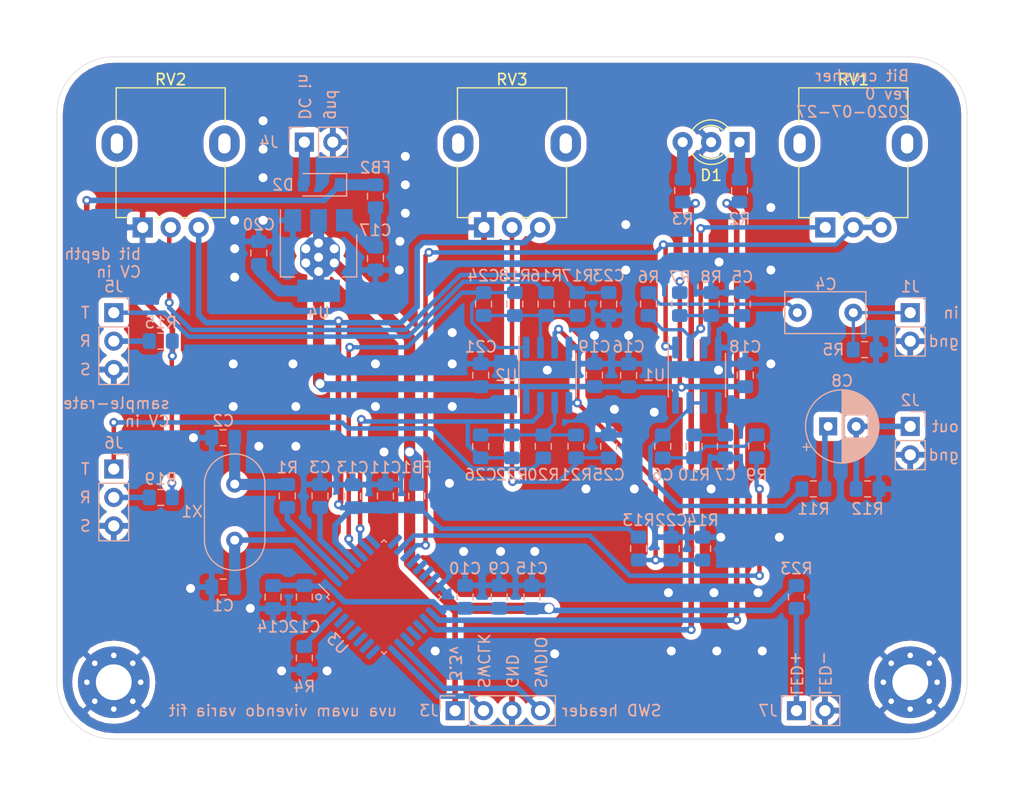
<source format=kicad_pcb>
(kicad_pcb (version 20171130) (host pcbnew 5.1.6-c6e7f7d~87~ubuntu18.04.1)
  (layers (0 F.Cu signal) (31 B.Cu signal) (34 B.Paste user) (35 F.Paste user) (36 B.SilkS user) (37 F.SilkS user) (38 B.Mask user) (39 F.Mask user) (44 Edge.Cuts user))
  (net 0 "")
  (net 1 GND)
  (net 2 "Net-(C1-Pad1)")
  (net 3 "Net-(C2-Pad1)")
  (net 4 /microcontroller/NRST)
  (net 5 /audio_input/dry_audio_input)
  (net 6 "Net-(C4-Pad1)")
  (net 7 "Net-(C5-Pad2)")
  (net 8 "Net-(C6-Pad2)")
  (net 9 "Net-(C6-Pad1)")
  (net 10 "Net-(C7-Pad2)")
  (net 11 /audio_output/buffered_wet_audio)
  (net 12 "Net-(C8-Pad1)")
  (net 13 +3V3)
  (net 14 +3.3VA)
  (net 15 "Net-(C17-Pad1)")
  (net 16 /control_voltage_generator/CV_amp_bias)
  (net 17 "Net-(C23-Pad1)")
  (net 18 "Net-(C24-Pad2)")
  (net 19 /microcontroller/resolution_CV_in)
  (net 20 "Net-(C25-Pad1)")
  (net 21 "Net-(C26-Pad2)")
  (net 22 /microcontroller/sample_rate_CV_in)
  (net 23 "Net-(D1-Pad3)")
  (net 24 "Net-(D1-Pad1)")
  (net 25 "Net-(D2-Pad2)")
  (net 26 +9V)
  (net 27 /microcontroller/SWDIO)
  (net 28 /microcontroller/SWCLK)
  (net 29 "Net-(J5-Pad2)")
  (net 30 "Net-(J5-Pad1)")
  (net 31 "Net-(J6-Pad2)")
  (net 32 "Net-(J6-Pad1)")
  (net 33 "Net-(R1-Pad1)")
  (net 34 "Net-(R2-Pad2)")
  (net 35 "Net-(R3-Pad2)")
  (net 36 /microcontroller/BOOT0)
  (net 37 "Net-(R6-Pad1)")
  (net 38 /microcontroller/DAC_out)
  (net 39 /microcontroller/ADC_in)
  (net 40 "Net-(U3-Pad30)")
  (net 41 "Net-(U3-Pad29)")
  (net 42 "Net-(U3-Pad28)")
  (net 43 "Net-(U3-Pad27)")
  (net 44 "Net-(U3-Pad26)")
  (net 45 "Net-(U3-Pad25)")
  (net 46 "Net-(U3-Pad22)")
  (net 47 "Net-(U3-Pad21)")
  (net 48 "Net-(U3-Pad20)")
  (net 49 "Net-(U3-Pad15)")
  (net 50 "Net-(U3-Pad14)")
  (net 51 "Net-(U3-Pad13)")
  (net 52 "Net-(U3-Pad12)")
  (net 53 "Net-(U3-Pad9)")
  (net 54 "Net-(U3-Pad8)")
  (net 55 "Net-(J7-Pad1)")
  (module Resistor_SMD:R_0805_2012Metric_Pad1.15x1.40mm_HandSolder (layer B.Cu) (at 142.24 99.06 90)
    (fp_text reference R23 (at 2.54 0 180) (layer B.SilkS) (effects (justify mirror)))
    (fp_text value 330)
    (pad 2 smd roundrect (at 1.025 0 90) (size 1.15 1.4) (layers B.Cu B.Paste B.Mask) (roundrect_rratio 0.217391) (net 13 +3V3))
    (pad 1 smd roundrect (at -1.025 0 90) (size 1.15 1.4) (layers B.Cu B.Paste B.Mask) (roundrect_rratio 0.217391) (net 55 "Net-(J7-Pad1)"))
  )
  (module Connector_PinHeader_2.54mm:PinHeader_1x02_P2.54mm_Vertical (layer B.Cu) (at 142.24 109.22 270)
    (fp_text reference J7 (at 0 2.54 180) (layer B.SilkS) (effects (justify mirror)))
    (fp_text value to_LED)
    (pad 2 thru_hole oval (at 0 -2.54 270) (size 1.7 1.7) (drill 1) (layers *.Cu *.Mask) (net 1 GND))
    (pad 1 thru_hole rect (at 0 0 270) (size 1.7 1.7) (drill 1) (layers *.Cu *.Mask) (net 55 "Net-(J7-Pad1)"))
  )
  (module MountingHole:MountingHole_3.2mm_M3_Pad_Via (layer F.Cu) (at 152.4 106.68)
    (fp_text reference H2 hide)
    (fp_text value MountingHole_Pad)
    (pad 1 thru_hole circle (at 1.697056 -1.697056) (size 0.8 0.8) (drill 0.5) (layers *.Cu *.Mask) (net 1 GND))
    (pad 1 thru_hole circle (at 0 -2.4) (size 0.8 0.8) (drill 0.5) (layers *.Cu *.Mask) (net 1 GND))
    (pad 1 thru_hole circle (at -1.697056 -1.697056) (size 0.8 0.8) (drill 0.5) (layers *.Cu *.Mask) (net 1 GND))
    (pad 1 thru_hole circle (at -2.4 0) (size 0.8 0.8) (drill 0.5) (layers *.Cu *.Mask) (net 1 GND))
    (pad 1 thru_hole circle (at -1.697056 1.697056) (size 0.8 0.8) (drill 0.5) (layers *.Cu *.Mask) (net 1 GND))
    (pad 1 thru_hole circle (at 0 2.4) (size 0.8 0.8) (drill 0.5) (layers *.Cu *.Mask) (net 1 GND))
    (pad 1 thru_hole circle (at 1.697056 1.697056) (size 0.8 0.8) (drill 0.5) (layers *.Cu *.Mask) (net 1 GND))
    (pad 1 thru_hole circle (at 2.4 0) (size 0.8 0.8) (drill 0.5) (layers *.Cu *.Mask) (net 1 GND))
    (pad 1 thru_hole circle (at 0 0) (size 6.4 6.4) (drill 3.2) (layers *.Cu *.Mask) (net 1 GND))
  )
  (module MountingHole:MountingHole_3.2mm_M3_Pad_Via (layer F.Cu) (at 81.28 106.68)
    (fp_text reference H1 hide)
    (fp_text value MountingHole_Pad)
    (pad 1 thru_hole circle (at 1.697056 -1.697056) (size 0.8 0.8) (drill 0.5) (layers *.Cu *.Mask) (net 1 GND))
    (pad 1 thru_hole circle (at 0 -2.4) (size 0.8 0.8) (drill 0.5) (layers *.Cu *.Mask) (net 1 GND))
    (pad 1 thru_hole circle (at -1.697056 -1.697056) (size 0.8 0.8) (drill 0.5) (layers *.Cu *.Mask) (net 1 GND))
    (pad 1 thru_hole circle (at -2.4 0) (size 0.8 0.8) (drill 0.5) (layers *.Cu *.Mask) (net 1 GND))
    (pad 1 thru_hole circle (at -1.697056 1.697056) (size 0.8 0.8) (drill 0.5) (layers *.Cu *.Mask) (net 1 GND))
    (pad 1 thru_hole circle (at 0 2.4) (size 0.8 0.8) (drill 0.5) (layers *.Cu *.Mask) (net 1 GND))
    (pad 1 thru_hole circle (at 1.697056 1.697056) (size 0.8 0.8) (drill 0.5) (layers *.Cu *.Mask) (net 1 GND))
    (pad 1 thru_hole circle (at 2.4 0) (size 0.8 0.8) (drill 0.5) (layers *.Cu *.Mask) (net 1 GND))
    (pad 1 thru_hole circle (at 0 0) (size 6.4 6.4) (drill 3.2) (layers *.Cu *.Mask) (net 1 GND))
  )
  (module Crystal:Resonator-2Pin_W10.0mm_H5.0mm (layer B.Cu) (at 92.075 93.98 90)
    (fp_text reference X1 (at 2.54 -3.81 180) (layer B.SilkS) (effects (justify mirror)))
    (fp_text value 8MHz)
    (pad 2 thru_hole circle (at 5 0 90) (size 1.5 1.5) (drill 0.8) (layers *.Cu *.Mask) (net 3 "Net-(C2-Pad1)"))
    (pad 1 thru_hole circle (at 0 0 90) (size 1.5 1.5) (drill 0.8) (layers *.Cu *.Mask) (net 2 "Net-(C1-Pad1)"))
  )
  (module Package_TO_SOT_SMD:SOT-223-3_TabPin2 (layer B.Cu) (at 99.568 68.555 270)
    (fp_text reference U4 (at 5.105 0 180) (layer B.SilkS) (effects (justify mirror)))
    (fp_text value AMS1117-3.3)
    (pad 1 smd rect (at -3.15 2.3 270) (size 2 1.5) (layers B.Cu B.Paste B.Mask) (net 1 GND))
    (pad 3 smd rect (at -3.15 -2.3 270) (size 2 1.5) (layers B.Cu B.Paste B.Mask) (net 15 "Net-(C17-Pad1)"))
    (pad 2 smd rect (at -3.15 0 270) (size 2 1.5) (layers B.Cu B.Paste B.Mask) (net 13 +3V3))
    (pad 2 smd rect (at 3.15 0 270) (size 2 3.8) (layers B.Cu B.Paste B.Mask) (net 13 +3V3))
  )
  (module Package_QFP:LQFP-32_7x7mm_P0.8mm (layer B.Cu) (at 105.41 99.06 315)
    (fp_text reference U3 (at 0 5.88 135) (layer B.SilkS) (effects (justify mirror)))
    (fp_text value STM32F334K6Tx)
    (pad 32 smd roundrect (at -2.8 4.175 315) (size 0.5 1.5) (layers B.Cu B.Paste B.Mask) (net 1 GND))
    (pad 31 smd roundrect (at -2 4.175 315) (size 0.5 1.5) (layers B.Cu B.Paste B.Mask) (net 36 /microcontroller/BOOT0))
    (pad 30 smd roundrect (at -1.2 4.175 315) (size 0.5 1.5) (layers B.Cu B.Paste B.Mask) (net 40 "Net-(U3-Pad30)"))
    (pad 29 smd roundrect (at -0.4 4.175 315) (size 0.5 1.5) (layers B.Cu B.Paste B.Mask) (net 41 "Net-(U3-Pad29)"))
    (pad 28 smd roundrect (at 0.4 4.175 315) (size 0.5 1.5) (layers B.Cu B.Paste B.Mask) (net 42 "Net-(U3-Pad28)"))
    (pad 27 smd roundrect (at 1.2 4.175 315) (size 0.5 1.5) (layers B.Cu B.Paste B.Mask) (net 43 "Net-(U3-Pad27)"))
    (pad 26 smd roundrect (at 2 4.175 315) (size 0.5 1.5) (layers B.Cu B.Paste B.Mask) (net 44 "Net-(U3-Pad26)"))
    (pad 25 smd roundrect (at 2.8 4.175 315) (size 0.5 1.5) (layers B.Cu B.Paste B.Mask) (net 45 "Net-(U3-Pad25)"))
    (pad 24 smd roundrect (at 4.175 2.8 315) (size 1.5 0.5) (layers B.Cu B.Paste B.Mask) (net 28 /microcontroller/SWCLK))
    (pad 23 smd roundrect (at 4.175 2 315) (size 1.5 0.5) (layers B.Cu B.Paste B.Mask) (net 27 /microcontroller/SWDIO))
    (pad 22 smd roundrect (at 4.175 1.2 315) (size 1.5 0.5) (layers B.Cu B.Paste B.Mask) (net 46 "Net-(U3-Pad22)"))
    (pad 21 smd roundrect (at 4.175 0.4 315) (size 1.5 0.5) (layers B.Cu B.Paste B.Mask) (net 47 "Net-(U3-Pad21)"))
    (pad 20 smd roundrect (at 4.175 -0.4 315) (size 1.5 0.5) (layers B.Cu B.Paste B.Mask) (net 48 "Net-(U3-Pad20)"))
    (pad 19 smd roundrect (at 4.175 -1.2 315) (size 1.5 0.5) (layers B.Cu B.Paste B.Mask) (net 35 "Net-(R3-Pad2)"))
    (pad 18 smd roundrect (at 4.175 -2 315) (size 1.5 0.5) (layers B.Cu B.Paste B.Mask) (net 34 "Net-(R2-Pad2)"))
    (pad 17 smd roundrect (at 4.175 -2.8 315) (size 1.5 0.5) (layers B.Cu B.Paste B.Mask) (net 13 +3V3))
    (pad 16 smd roundrect (at 2.8 -4.175 315) (size 0.5 1.5) (layers B.Cu B.Paste B.Mask) (net 1 GND))
    (pad 15 smd roundrect (at 2 -4.175 315) (size 0.5 1.5) (layers B.Cu B.Paste B.Mask) (net 49 "Net-(U3-Pad15)"))
    (pad 14 smd roundrect (at 1.2 -4.175 315) (size 0.5 1.5) (layers B.Cu B.Paste B.Mask) (net 50 "Net-(U3-Pad14)"))
    (pad 13 smd roundrect (at 0.4 -4.175 315) (size 0.5 1.5) (layers B.Cu B.Paste B.Mask) (net 51 "Net-(U3-Pad13)"))
    (pad 12 smd roundrect (at -0.4 -4.175 315) (size 0.5 1.5) (layers B.Cu B.Paste B.Mask) (net 52 "Net-(U3-Pad12)"))
    (pad 11 smd roundrect (at -1.2 -4.175 315) (size 0.5 1.5) (layers B.Cu B.Paste B.Mask) (net 39 /microcontroller/ADC_in))
    (pad 10 smd roundrect (at -2 -4.175 315) (size 0.5 1.5) (layers B.Cu B.Paste B.Mask) (net 38 /microcontroller/DAC_out))
    (pad 9 smd roundrect (at -2.8 -4.175 315) (size 0.5 1.5) (layers B.Cu B.Paste B.Mask) (net 53 "Net-(U3-Pad9)"))
    (pad 8 smd roundrect (at -4.175 -2.8 315) (size 1.5 0.5) (layers B.Cu B.Paste B.Mask) (net 54 "Net-(U3-Pad8)"))
    (pad 7 smd roundrect (at -4.175 -2 315) (size 1.5 0.5) (layers B.Cu B.Paste B.Mask) (net 22 /microcontroller/sample_rate_CV_in))
    (pad 6 smd roundrect (at -4.175 -1.2 315) (size 1.5 0.5) (layers B.Cu B.Paste B.Mask) (net 19 /microcontroller/resolution_CV_in))
    (pad 5 smd roundrect (at -4.175 -0.4 315) (size 1.5 0.5) (layers B.Cu B.Paste B.Mask) (net 14 +3.3VA))
    (pad 4 smd roundrect (at -4.175 0.4 315) (size 1.5 0.5) (layers B.Cu B.Paste B.Mask) (net 4 /microcontroller/NRST))
    (pad 3 smd roundrect (at -4.175 1.2 315) (size 1.5 0.5) (layers B.Cu B.Paste B.Mask) (net 33 "Net-(R1-Pad1)"))
    (pad 2 smd roundrect (at -4.175 2 315) (size 1.5 0.5) (layers B.Cu B.Paste B.Mask) (net 2 "Net-(C1-Pad1)"))
    (pad 1 smd roundrect (at -4.175 2.8 315) (size 1.5 0.5) (layers B.Cu B.Paste B.Mask) (net 13 +3V3))
  )
  (module Package_SO:SOIC-8_3.9x4.9mm_P1.27mm (layer B.Cu) (at 120.015 79.248 270)
    (fp_text reference U2 (at 0 3.683 180) (layer B.SilkS) (effects (justify mirror)))
    (fp_text value MCP6002-xP)
    (pad 8 smd roundrect (at 2.475 1.905 270) (size 1.95 0.6) (layers B.Cu B.Paste B.Mask) (net 13 +3V3))
    (pad 7 smd roundrect (at 2.475 0.635 270) (size 1.95 0.6) (layers B.Cu B.Paste B.Mask) (net 22 /microcontroller/sample_rate_CV_in))
    (pad 6 smd roundrect (at 2.475 -0.635 270) (size 1.95 0.6) (layers B.Cu B.Paste B.Mask) (net 21 "Net-(C26-Pad2)"))
    (pad 5 smd roundrect (at 2.475 -1.905 270) (size 1.95 0.6) (layers B.Cu B.Paste B.Mask) (net 16 /control_voltage_generator/CV_amp_bias))
    (pad 4 smd roundrect (at -2.475 -1.905 270) (size 1.95 0.6) (layers B.Cu B.Paste B.Mask) (net 1 GND))
    (pad 3 smd roundrect (at -2.475 -0.635 270) (size 1.95 0.6) (layers B.Cu B.Paste B.Mask) (net 16 /control_voltage_generator/CV_amp_bias))
    (pad 2 smd roundrect (at -2.475 0.635 270) (size 1.95 0.6) (layers B.Cu B.Paste B.Mask) (net 18 "Net-(C24-Pad2)"))
    (pad 1 smd roundrect (at -2.475 1.905 270) (size 1.95 0.6) (layers B.Cu B.Paste B.Mask) (net 19 /microcontroller/resolution_CV_in))
  )
  (module Package_SO:SOIC-8_3.9x4.9mm_P1.27mm (layer B.Cu) (at 133.35 79.248 270)
    (fp_text reference U1 (at 0 3.81 180) (layer B.SilkS) (effects (justify mirror)))
    (fp_text value MCP6002-xP)
    (pad 8 smd roundrect (at 2.475 1.905 270) (size 1.95 0.6) (layers B.Cu B.Paste B.Mask) (net 13 +3V3))
    (pad 7 smd roundrect (at 2.475 0.635 270) (size 1.95 0.6) (layers B.Cu B.Paste B.Mask) (net 9 "Net-(C6-Pad1)"))
    (pad 6 smd roundrect (at 2.475 -0.635 270) (size 1.95 0.6) (layers B.Cu B.Paste B.Mask) (net 9 "Net-(C6-Pad1)"))
    (pad 5 smd roundrect (at 2.475 -1.905 270) (size 1.95 0.6) (layers B.Cu B.Paste B.Mask) (net 10 "Net-(C7-Pad2)"))
    (pad 4 smd roundrect (at -2.475 -1.905 270) (size 1.95 0.6) (layers B.Cu B.Paste B.Mask) (net 1 GND))
    (pad 3 smd roundrect (at -2.475 -0.635 270) (size 1.95 0.6) (layers B.Cu B.Paste B.Mask) (net 7 "Net-(C5-Pad2)"))
    (pad 2 smd roundrect (at -2.475 0.635 270) (size 1.95 0.6) (layers B.Cu B.Paste B.Mask) (net 37 "Net-(R6-Pad1)"))
    (pad 1 smd roundrect (at -2.475 1.905 270) (size 1.95 0.6) (layers B.Cu B.Paste B.Mask) (net 39 /microcontroller/ADC_in))
  )
  (module Potentiometer_THT:Potentiometer_Alpha_RD901F-40-00D_Single_Vertical (layer F.Cu) (at 114.34 66.04 90)
    (fp_text reference RV3 (at 13.208 2.5) (layer F.SilkS))
    (fp_text value 10k)
    (pad "" thru_hole oval (at 7.5 -2.3 180) (size 2.72 3.24) (drill oval 1.1 1.8) (layers *.Cu *.Mask))
    (pad "" thru_hole oval (at 7.5 7.3 180) (size 2.72 3.24) (drill oval 1.1 1.8) (layers *.Cu *.Mask))
    (pad 3 thru_hole circle (at 0 5 180) (size 1.8 1.8) (drill 1) (layers *.Cu *.Mask) (net 14 +3.3VA))
    (pad 2 thru_hole circle (at 0 2.5 180) (size 1.8 1.8) (drill 1) (layers *.Cu *.Mask) (net 20 "Net-(C25-Pad1)"))
    (pad 1 thru_hole rect (at 0 0 180) (size 1.8 1.8) (drill 1) (layers *.Cu *.Mask) (net 1 GND))
  )
  (module Potentiometer_THT:Potentiometer_Alpha_RD901F-40-00D_Single_Vertical (layer F.Cu) (at 83.86 66.04 90)
    (fp_text reference RV2 (at 13.208 2.5) (layer F.SilkS))
    (fp_text value 10k)
    (pad "" thru_hole oval (at 7.5 -2.3 180) (size 2.72 3.24) (drill oval 1.1 1.8) (layers *.Cu *.Mask))
    (pad "" thru_hole oval (at 7.5 7.3 180) (size 2.72 3.24) (drill oval 1.1 1.8) (layers *.Cu *.Mask))
    (pad 3 thru_hole circle (at 0 5 180) (size 1.8 1.8) (drill 1) (layers *.Cu *.Mask) (net 14 +3.3VA))
    (pad 2 thru_hole circle (at 0 2.5 180) (size 1.8 1.8) (drill 1) (layers *.Cu *.Mask) (net 17 "Net-(C23-Pad1)"))
    (pad 1 thru_hole rect (at 0 0 180) (size 1.8 1.8) (drill 1) (layers *.Cu *.Mask) (net 1 GND))
  )
  (module Potentiometer_THT:Potentiometer_Alpha_RD901F-40-00D_Single_Vertical (layer F.Cu) (at 144.82 66.04 90)
    (fp_text reference RV1 (at 13.208 2.5) (layer F.SilkS))
    (fp_text value 1M)
    (pad "" thru_hole oval (at 7.5 -2.3 180) (size 2.72 3.24) (drill oval 1.1 1.8) (layers *.Cu *.Mask))
    (pad "" thru_hole oval (at 7.5 7.3 180) (size 2.72 3.24) (drill oval 1.1 1.8) (layers *.Cu *.Mask))
    (pad 3 thru_hole circle (at 0 5 180) (size 1.8 1.8) (drill 1) (layers *.Cu *.Mask) (net 39 /microcontroller/ADC_in))
    (pad 2 thru_hole circle (at 0 2.5 180) (size 1.8 1.8) (drill 1) (layers *.Cu *.Mask) (net 39 /microcontroller/ADC_in))
    (pad 1 thru_hole rect (at 0 0 180) (size 1.8 1.8) (drill 1) (layers *.Cu *.Mask) (net 37 "Net-(R6-Pad1)"))
  )
  (module Resistor_SMD:R_0805_2012Metric_Pad1.15x1.40mm_HandSolder (layer B.Cu) (at 116.84 85.607 90)
    (fp_text reference R22 (at -2.531 0 180) (layer B.SilkS) (effects (justify mirror)))
    (fp_text value 82k)
    (pad 2 smd roundrect (at 1.025 0 90) (size 1.15 1.4) (layers B.Cu B.Paste B.Mask) (roundrect_rratio 0.217391) (net 21 "Net-(C26-Pad2)"))
    (pad 1 smd roundrect (at -1.025 0 90) (size 1.15 1.4) (layers B.Cu B.Paste B.Mask) (roundrect_rratio 0.217391) (net 22 /microcontroller/sample_rate_CV_in))
  )
  (module Resistor_SMD:R_0805_2012Metric_Pad1.15x1.40mm_HandSolder (layer B.Cu) (at 122.555 85.607 270)
    (fp_text reference R21 (at 2.531 0 180) (layer B.SilkS) (effects (justify mirror)))
    (fp_text value 82k)
    (pad 2 smd roundrect (at 1.025 0 270) (size 1.15 1.4) (layers B.Cu B.Paste B.Mask) (roundrect_rratio 0.217391) (net 20 "Net-(C25-Pad1)"))
    (pad 1 smd roundrect (at -1.025 0 270) (size 1.15 1.4) (layers B.Cu B.Paste B.Mask) (roundrect_rratio 0.217391) (net 21 "Net-(C26-Pad2)"))
  )
  (module Resistor_SMD:R_0805_2012Metric_Pad1.15x1.40mm_HandSolder (layer B.Cu) (at 119.634 85.607 270)
    (fp_text reference R20 (at 2.531 0 180) (layer B.SilkS) (effects (justify mirror)))
    (fp_text value 120k)
    (pad 2 smd roundrect (at 1.025 0 270) (size 1.15 1.4) (layers B.Cu B.Paste B.Mask) (roundrect_rratio 0.217391) (net 32 "Net-(J6-Pad1)"))
    (pad 1 smd roundrect (at -1.025 0 270) (size 1.15 1.4) (layers B.Cu B.Paste B.Mask) (roundrect_rratio 0.217391) (net 21 "Net-(C26-Pad2)"))
  )
  (module Resistor_SMD:R_0805_2012Metric_Pad1.15x1.40mm_HandSolder (layer B.Cu) (at 85.48 90.17 180)
    (fp_text reference R19 (at 0 1.65) (layer B.SilkS) (effects (justify mirror)))
    (fp_text value selec)
    (pad 2 smd roundrect (at 1.025 0 180) (size 1.15 1.4) (layers B.Cu B.Paste B.Mask) (roundrect_rratio 0.217391) (net 31 "Net-(J6-Pad2)"))
    (pad 1 smd roundrect (at -1.025 0 180) (size 1.15 1.4) (layers B.Cu B.Paste B.Mask) (roundrect_rratio 0.217391) (net 26 +9V))
  )
  (module Resistor_SMD:R_0805_2012Metric_Pad1.15x1.40mm_HandSolder (layer B.Cu) (at 117.094 72.889 270)
    (fp_text reference R18 (at -2.531 0 180) (layer B.SilkS) (effects (justify mirror)))
    (fp_text value 82k)
    (pad 2 smd roundrect (at 1.025 0 270) (size 1.15 1.4) (layers B.Cu B.Paste B.Mask) (roundrect_rratio 0.217391) (net 18 "Net-(C24-Pad2)"))
    (pad 1 smd roundrect (at -1.025 0 270) (size 1.15 1.4) (layers B.Cu B.Paste B.Mask) (roundrect_rratio 0.217391) (net 19 /microcontroller/resolution_CV_in))
  )
  (module Resistor_SMD:R_0805_2012Metric_Pad1.15x1.40mm_HandSolder (layer B.Cu) (at 122.682 72.889 90)
    (fp_text reference R17 (at 2.531 0 180) (layer B.SilkS) (effects (justify mirror)))
    (fp_text value 82k)
    (pad 2 smd roundrect (at 1.025 0 90) (size 1.15 1.4) (layers B.Cu B.Paste B.Mask) (roundrect_rratio 0.217391) (net 17 "Net-(C23-Pad1)"))
    (pad 1 smd roundrect (at -1.025 0 90) (size 1.15 1.4) (layers B.Cu B.Paste B.Mask) (roundrect_rratio 0.217391) (net 18 "Net-(C24-Pad2)"))
  )
  (module Resistor_SMD:R_0805_2012Metric_Pad1.15x1.40mm_HandSolder (layer B.Cu) (at 119.888 72.889 90)
    (fp_text reference R16 (at 2.531 0 180) (layer B.SilkS) (effects (justify mirror)))
    (fp_text value 120k)
    (pad 2 smd roundrect (at 1.025 0 90) (size 1.15 1.4) (layers B.Cu B.Paste B.Mask) (roundrect_rratio 0.217391) (net 30 "Net-(J5-Pad1)"))
    (pad 1 smd roundrect (at -1.025 0 90) (size 1.15 1.4) (layers B.Cu B.Paste B.Mask) (roundrect_rratio 0.217391) (net 18 "Net-(C24-Pad2)"))
  )
  (module Resistor_SMD:R_0805_2012Metric_Pad1.15x1.40mm_HandSolder (layer B.Cu) (at 85.48 76.2 180)
    (fp_text reference R15 (at 0 1.65) (layer B.SilkS) (effects (justify mirror)))
    (fp_text value selec)
    (pad 2 smd roundrect (at 1.025 0 180) (size 1.15 1.4) (layers B.Cu B.Paste B.Mask) (roundrect_rratio 0.217391) (net 29 "Net-(J5-Pad2)"))
    (pad 1 smd roundrect (at -1.025 0 180) (size 1.15 1.4) (layers B.Cu B.Paste B.Mask) (roundrect_rratio 0.217391) (net 26 +9V))
  )
  (module Resistor_SMD:R_0805_2012Metric_Pad1.15x1.40mm_HandSolder (layer B.Cu) (at 133.858 94.742 90)
    (fp_text reference R14 (at 2.54 0 180) (layer B.SilkS) (effects (justify mirror)))
    (fp_text value 1k8)
    (pad 2 smd roundrect (at 1.025 0 90) (size 1.15 1.4) (layers B.Cu B.Paste B.Mask) (roundrect_rratio 0.217391) (net 1 GND))
    (pad 1 smd roundrect (at -1.025 0 90) (size 1.15 1.4) (layers B.Cu B.Paste B.Mask) (roundrect_rratio 0.217391) (net 16 /control_voltage_generator/CV_amp_bias))
  )
  (module Resistor_SMD:R_0805_2012Metric_Pad1.15x1.40mm_HandSolder (layer B.Cu) (at 128.143 94.733 270)
    (fp_text reference R13 (at -2.54 0 180) (layer B.SilkS) (effects (justify mirror)))
    (fp_text value 1k8)
    (pad 2 smd roundrect (at 1.025 0 270) (size 1.15 1.4) (layers B.Cu B.Paste B.Mask) (roundrect_rratio 0.217391) (net 16 /control_voltage_generator/CV_amp_bias))
    (pad 1 smd roundrect (at -1.025 0 270) (size 1.15 1.4) (layers B.Cu B.Paste B.Mask) (roundrect_rratio 0.217391) (net 14 +3.3VA))
  )
  (module Resistor_SMD:R_0805_2012Metric_Pad1.15x1.40mm_HandSolder (layer B.Cu) (at 148.59 89.408 180)
    (fp_text reference R12 (at 0 -1.778) (layer B.SilkS) (effects (justify mirror)))
    (fp_text value 1M)
    (pad 2 smd roundrect (at 1.025 0 180) (size 1.15 1.4) (layers B.Cu B.Paste B.Mask) (roundrect_rratio 0.217391) (net 11 /audio_output/buffered_wet_audio))
    (pad 1 smd roundrect (at -1.025 0 180) (size 1.15 1.4) (layers B.Cu B.Paste B.Mask) (roundrect_rratio 0.217391) (net 1 GND))
  )
  (module Resistor_SMD:R_0805_2012Metric_Pad1.15x1.40mm_HandSolder (layer B.Cu) (at 143.755 89.408 180)
    (fp_text reference R11 (at -0.009 -1.778) (layer B.SilkS) (effects (justify mirror)))
    (fp_text value 560)
    (pad 2 smd roundrect (at 1.025 0 180) (size 1.15 1.4) (layers B.Cu B.Paste B.Mask) (roundrect_rratio 0.217391) (net 9 "Net-(C6-Pad1)"))
    (pad 1 smd roundrect (at -1.025 0 180) (size 1.15 1.4) (layers B.Cu B.Paste B.Mask) (roundrect_rratio 0.217391) (net 12 "Net-(C8-Pad1)"))
  )
  (module Resistor_SMD:R_0805_2012Metric_Pad1.15x1.40mm_HandSolder (layer B.Cu) (at 133.096 85.607 270)
    (fp_text reference R10 (at 2.531 0 180) (layer B.SilkS) (effects (justify mirror)))
    (fp_text value 8k2)
    (pad 2 smd roundrect (at 1.025 0 270) (size 1.15 1.4) (layers B.Cu B.Paste B.Mask) (roundrect_rratio 0.217391) (net 8 "Net-(C6-Pad2)"))
    (pad 1 smd roundrect (at -1.025 0 270) (size 1.15 1.4) (layers B.Cu B.Paste B.Mask) (roundrect_rratio 0.217391) (net 10 "Net-(C7-Pad2)"))
  )
  (module Resistor_SMD:R_0805_2012Metric_Pad1.15x1.40mm_HandSolder (layer B.Cu) (at 138.684 85.589 270)
    (fp_text reference R9 (at 2.549 0 180) (layer B.SilkS) (effects (justify mirror)))
    (fp_text value 8k2)
    (pad 2 smd roundrect (at 1.025 0 270) (size 1.15 1.4) (layers B.Cu B.Paste B.Mask) (roundrect_rratio 0.217391) (net 38 /microcontroller/DAC_out))
    (pad 1 smd roundrect (at -1.025 0 270) (size 1.15 1.4) (layers B.Cu B.Paste B.Mask) (roundrect_rratio 0.217391) (net 8 "Net-(C6-Pad2)"))
  )
  (module Resistor_SMD:R_0805_2012Metric_Pad1.15x1.40mm_HandSolder (layer B.Cu) (at 134.62 72.889 270)
    (fp_text reference R8 (at -2.413 0 180) (layer B.SilkS) (effects (justify mirror)))
    (fp_text value 1k8)
    (pad 2 smd roundrect (at 1.025 0 270) (size 1.15 1.4) (layers B.Cu B.Paste B.Mask) (roundrect_rratio 0.217391) (net 7 "Net-(C5-Pad2)"))
    (pad 1 smd roundrect (at -1.025 0 270) (size 1.15 1.4) (layers B.Cu B.Paste B.Mask) (roundrect_rratio 0.217391) (net 1 GND))
  )
  (module Resistor_SMD:R_0805_2012Metric_Pad1.15x1.40mm_HandSolder (layer B.Cu) (at 131.826 72.889 90)
    (fp_text reference R7 (at 2.413 0 180) (layer B.SilkS) (effects (justify mirror)))
    (fp_text value 1k8)
    (pad 2 smd roundrect (at 1.025 0 90) (size 1.15 1.4) (layers B.Cu B.Paste B.Mask) (roundrect_rratio 0.217391) (net 13 +3V3))
    (pad 1 smd roundrect (at -1.025 0 90) (size 1.15 1.4) (layers B.Cu B.Paste B.Mask) (roundrect_rratio 0.217391) (net 7 "Net-(C5-Pad2)"))
  )
  (module Resistor_SMD:R_0805_2012Metric_Pad1.15x1.40mm_HandSolder (layer B.Cu) (at 129.032 72.889 90)
    (fp_text reference R6 (at 2.413 0 180) (layer B.SilkS) (effects (justify mirror)))
    (fp_text value 390k)
    (pad 2 smd roundrect (at 1.025 0 90) (size 1.15 1.4) (layers B.Cu B.Paste B.Mask) (roundrect_rratio 0.217391) (net 6 "Net-(C4-Pad1)"))
    (pad 1 smd roundrect (at -1.025 0 90) (size 1.15 1.4) (layers B.Cu B.Paste B.Mask) (roundrect_rratio 0.217391) (net 37 "Net-(R6-Pad1)"))
  )
  (module Resistor_SMD:R_0805_2012Metric_Pad1.15x1.40mm_HandSolder (layer B.Cu) (at 148.327 76.962 180)
    (fp_text reference R5 (at 2.785 0) (layer B.SilkS) (effects (justify mirror)))
    (fp_text value 1M)
    (pad 2 smd roundrect (at 1.025 0 180) (size 1.15 1.4) (layers B.Cu B.Paste B.Mask) (roundrect_rratio 0.217391) (net 5 /audio_input/dry_audio_input))
    (pad 1 smd roundrect (at -1.025 0 180) (size 1.15 1.4) (layers B.Cu B.Paste B.Mask) (roundrect_rratio 0.217391) (net 1 GND))
  )
  (module Resistor_SMD:R_0805_2012Metric_Pad1.15x1.40mm_HandSolder (layer B.Cu) (at 98.298 104.512 270)
    (fp_text reference R4 (at 2.549 0 180) (layer B.SilkS) (effects (justify mirror)))
    (fp_text value 10k)
    (pad 2 smd roundrect (at 1.025 0 270) (size 1.15 1.4) (layers B.Cu B.Paste B.Mask) (roundrect_rratio 0.217391) (net 1 GND))
    (pad 1 smd roundrect (at -1.025 0 270) (size 1.15 1.4) (layers B.Cu B.Paste B.Mask) (roundrect_rratio 0.217391) (net 36 /microcontroller/BOOT0))
  )
  (module Resistor_SMD:R_0805_2012Metric_Pad1.15x1.40mm_HandSolder (layer B.Cu) (at 132.08 62.747 270)
    (fp_text reference R3 (at 2.531 0 180) (layer B.SilkS) (effects (justify mirror)))
    (fp_text value 330)
    (pad 2 smd roundrect (at 1.025 0 270) (size 1.15 1.4) (layers B.Cu B.Paste B.Mask) (roundrect_rratio 0.217391) (net 35 "Net-(R3-Pad2)"))
    (pad 1 smd roundrect (at -1.025 0 270) (size 1.15 1.4) (layers B.Cu B.Paste B.Mask) (roundrect_rratio 0.217391) (net 23 "Net-(D1-Pad3)"))
  )
  (module Resistor_SMD:R_0805_2012Metric_Pad1.15x1.40mm_HandSolder (layer B.Cu) (at 137.16 62.747 270)
    (fp_text reference R2 (at 2.531 0 180) (layer B.SilkS) (effects (justify mirror)))
    (fp_text value 330)
    (pad 2 smd roundrect (at 1.025 0 270) (size 1.15 1.4) (layers B.Cu B.Paste B.Mask) (roundrect_rratio 0.217391) (net 34 "Net-(R2-Pad2)"))
    (pad 1 smd roundrect (at -1.025 0 270) (size 1.15 1.4) (layers B.Cu B.Paste B.Mask) (roundrect_rratio 0.217391) (net 24 "Net-(D1-Pad1)"))
  )
  (module Resistor_SMD:R_0805_2012Metric_Pad1.15x1.40mm_HandSolder (layer B.Cu) (at 96.774 90.034 90)
    (fp_text reference R1 (at 2.531 0 180) (layer B.SilkS) (effects (justify mirror)))
    (fp_text value 390)
    (pad 2 smd roundrect (at 1.025 0 90) (size 1.15 1.4) (layers B.Cu B.Paste B.Mask) (roundrect_rratio 0.217391) (net 3 "Net-(C2-Pad1)"))
    (pad 1 smd roundrect (at -1.025 0 90) (size 1.15 1.4) (layers B.Cu B.Paste B.Mask) (roundrect_rratio 0.217391) (net 33 "Net-(R1-Pad1)"))
  )
  (module Connector_PinHeader_2.54mm:PinHeader_1x03_P2.54mm_Vertical (layer B.Cu) (at 81.28 87.63 180)
    (fp_text reference J6 (at 0 2.33) (layer B.SilkS) (effects (justify mirror)))
    (fp_text value extern_sample_rate_CV)
    (pad 3 thru_hole oval (at 0 -5.08 180) (size 1.7 1.7) (drill 1) (layers *.Cu *.Mask) (net 1 GND))
    (pad 2 thru_hole oval (at 0 -2.54 180) (size 1.7 1.7) (drill 1) (layers *.Cu *.Mask) (net 31 "Net-(J6-Pad2)"))
    (pad 1 thru_hole rect (at 0 0 180) (size 1.7 1.7) (drill 1) (layers *.Cu *.Mask) (net 32 "Net-(J6-Pad1)"))
  )
  (module Connector_PinHeader_2.54mm:PinHeader_1x03_P2.54mm_Vertical (layer B.Cu) (at 81.28 73.66 180)
    (fp_text reference J5 (at 0 2.33) (layer B.SilkS) (effects (justify mirror)))
    (fp_text value extern_resolution_CV)
    (pad 3 thru_hole oval (at 0 -5.08 180) (size 1.7 1.7) (drill 1) (layers *.Cu *.Mask) (net 1 GND))
    (pad 2 thru_hole oval (at 0 -2.54 180) (size 1.7 1.7) (drill 1) (layers *.Cu *.Mask) (net 29 "Net-(J5-Pad2)"))
    (pad 1 thru_hole rect (at 0 0 180) (size 1.7 1.7) (drill 1) (layers *.Cu *.Mask) (net 30 "Net-(J5-Pad1)"))
  )
  (module Connector_PinHeader_2.54mm:PinHeader_1x02_P2.54mm_Vertical (layer B.Cu) (at 98.298 58.42 270)
    (fp_text reference J4 (at 0 3.175 180) (layer B.SilkS) (effects (justify mirror)))
    (fp_text value 9v_DC_in)
    (pad 2 thru_hole oval (at 0 -2.54 270) (size 1.7 1.7) (drill 1) (layers *.Cu *.Mask) (net 1 GND))
    (pad 1 thru_hole rect (at 0 0 270) (size 1.7 1.7) (drill 1) (layers *.Cu *.Mask) (net 25 "Net-(D2-Pad2)"))
  )
  (module Connector_PinHeader_2.54mm:PinHeader_1x04_P2.54mm_Vertical (layer B.Cu) (at 111.76 109.22 270)
    (fp_text reference J3 (at 0 2.33 180) (layer B.SilkS) (effects (justify mirror)))
    (fp_text value SWD_header)
    (pad 4 thru_hole oval (at 0 -7.62 270) (size 1.7 1.7) (drill 1) (layers *.Cu *.Mask) (net 27 /microcontroller/SWDIO))
    (pad 3 thru_hole oval (at 0 -5.08 270) (size 1.7 1.7) (drill 1) (layers *.Cu *.Mask) (net 1 GND))
    (pad 2 thru_hole oval (at 0 -2.54 270) (size 1.7 1.7) (drill 1) (layers *.Cu *.Mask) (net 28 /microcontroller/SWCLK))
    (pad 1 thru_hole rect (at 0 0 270) (size 1.7 1.7) (drill 1) (layers *.Cu *.Mask) (net 13 +3V3))
  )
  (module Connector_PinHeader_2.54mm:PinHeader_1x02_P2.54mm_Vertical (layer B.Cu) (at 152.4 83.82 180)
    (fp_text reference J2 (at 0 2.33) (layer B.SilkS) (effects (justify mirror)))
    (fp_text value audio_output)
    (pad 2 thru_hole oval (at 0 -2.54 180) (size 1.7 1.7) (drill 1) (layers *.Cu *.Mask) (net 1 GND))
    (pad 1 thru_hole rect (at 0 0 180) (size 1.7 1.7) (drill 1) (layers *.Cu *.Mask) (net 11 /audio_output/buffered_wet_audio))
  )
  (module Connector_PinHeader_2.54mm:PinHeader_1x02_P2.54mm_Vertical (layer B.Cu) (at 152.4 73.66 180)
    (fp_text reference J1 (at 0 2.33) (layer B.SilkS) (effects (justify mirror)))
    (fp_text value audio_input)
    (pad 2 thru_hole oval (at 0 -2.54 180) (size 1.7 1.7) (drill 1) (layers *.Cu *.Mask) (net 1 GND))
    (pad 1 thru_hole rect (at 0 0 180) (size 1.7 1.7) (drill 1) (layers *.Cu *.Mask) (net 5 /audio_input/dry_audio_input))
  )
  (module Inductor_SMD:L_0805_2012Metric_Pad1.15x1.40mm_HandSolder (layer B.Cu) (at 104.648 63.255 90)
    (fp_text reference FB2 (at 2.549 0 180) (layer B.SilkS) (effects (justify mirror)))
    (fp_text value "100R @ 100MHz")
    (pad 2 smd roundrect (at 1.025 0 90) (size 1.15 1.4) (layers B.Cu B.Paste B.Mask) (roundrect_rratio 0.217391) (net 26 +9V))
    (pad 1 smd roundrect (at -1.025 0 90) (size 1.15 1.4) (layers B.Cu B.Paste B.Mask) (roundrect_rratio 0.217391) (net 15 "Net-(C17-Pad1)"))
  )
  (module Inductor_SMD:L_0805_2012Metric_Pad1.15x1.40mm_HandSolder (layer B.Cu) (at 108.331 90.034 90)
    (fp_text reference FB1 (at 2.549 0 180) (layer B.SilkS) (effects (justify mirror)))
    (fp_text value "100R @ 100MHz")
    (pad 2 smd roundrect (at 1.025 0 90) (size 1.15 1.4) (layers B.Cu B.Paste B.Mask) (roundrect_rratio 0.217391) (net 13 +3V3))
    (pad 1 smd roundrect (at -1.025 0 90) (size 1.15 1.4) (layers B.Cu B.Paste B.Mask) (roundrect_rratio 0.217391) (net 14 +3.3VA))
  )
  (module Diode_SMD:D_SOD-123 (layer B.Cu) (at 99.823 62.23 180)
    (fp_text reference D2 (at 3.43 0) (layer B.SilkS) (effects (justify mirror)))
    (fp_text value B5819W)
    (pad 2 smd rect (at 1.65 0 180) (size 0.9 1.2) (layers B.Cu B.Paste B.Mask) (net 25 "Net-(D2-Pad2)"))
    (pad 1 smd rect (at -1.65 0 180) (size 0.9 1.2) (layers B.Cu B.Paste B.Mask) (net 26 +9V))
  )
  (module LED_THT:LED_D3.0mm-3 (layer F.Cu) (at 137.16 58.42 180)
    (fp_text reference D1 (at 2.54 -2.96) (layer F.SilkS))
    (fp_text value rg_clipping_LED)
    (pad 3 thru_hole circle (at 5.08 0 180) (size 1.8 1.8) (drill 0.9) (layers *.Cu *.Mask) (net 23 "Net-(D1-Pad3)"))
    (pad 2 thru_hole circle (at 2.54 0 180) (size 1.8 1.8) (drill 0.9) (layers *.Cu *.Mask) (net 1 GND))
    (pad 1 thru_hole rect (at 0 0 180) (size 1.8 1.8) (drill 0.9) (layers *.Cu *.Mask) (net 24 "Net-(D1-Pad1)"))
  )
  (module Capacitor_SMD:C_0805_2012Metric_Pad1.15x1.40mm_HandSolder (layer B.Cu) (at 114.046 85.607 90)
    (fp_text reference C26 (at -2.531 0 180) (layer B.SilkS) (effects (justify mirror)))
    (fp_text value 10nF)
    (pad 2 smd roundrect (at 1.025 0 90) (size 1.15 1.4) (layers B.Cu B.Paste B.Mask) (roundrect_rratio 0.217391) (net 21 "Net-(C26-Pad2)"))
    (pad 1 smd roundrect (at -1.025 0 90) (size 1.15 1.4) (layers B.Cu B.Paste B.Mask) (roundrect_rratio 0.217391) (net 22 /microcontroller/sample_rate_CV_in))
  )
  (module Capacitor_SMD:C_0805_2012Metric_Pad1.15x1.40mm_HandSolder (layer B.Cu) (at 125.476 85.607 90)
    (fp_text reference C25 (at -2.531 0 180) (layer B.SilkS) (effects (justify mirror)))
    (fp_text value 100nF)
    (pad 2 smd roundrect (at 1.025 0 90) (size 1.15 1.4) (layers B.Cu B.Paste B.Mask) (roundrect_rratio 0.217391) (net 1 GND))
    (pad 1 smd roundrect (at -1.025 0 90) (size 1.15 1.4) (layers B.Cu B.Paste B.Mask) (roundrect_rratio 0.217391) (net 20 "Net-(C25-Pad1)"))
  )
  (module Capacitor_SMD:C_0805_2012Metric_Pad1.15x1.40mm_HandSolder (layer B.Cu) (at 114.3 72.889 270)
    (fp_text reference C24 (at -2.531 0 180) (layer B.SilkS) (effects (justify mirror)))
    (fp_text value 10nF)
    (pad 2 smd roundrect (at 1.025 0 270) (size 1.15 1.4) (layers B.Cu B.Paste B.Mask) (roundrect_rratio 0.217391) (net 18 "Net-(C24-Pad2)"))
    (pad 1 smd roundrect (at -1.025 0 270) (size 1.15 1.4) (layers B.Cu B.Paste B.Mask) (roundrect_rratio 0.217391) (net 19 /microcontroller/resolution_CV_in))
  )
  (module Capacitor_SMD:C_0805_2012Metric_Pad1.15x1.40mm_HandSolder (layer B.Cu) (at 125.476 72.889 270)
    (fp_text reference C23 (at -2.531 0 180) (layer B.SilkS) (effects (justify mirror)))
    (fp_text value 100nF)
    (pad 2 smd roundrect (at 1.025 0 270) (size 1.15 1.4) (layers B.Cu B.Paste B.Mask) (roundrect_rratio 0.217391) (net 1 GND))
    (pad 1 smd roundrect (at -1.025 0 270) (size 1.15 1.4) (layers B.Cu B.Paste B.Mask) (roundrect_rratio 0.217391) (net 17 "Net-(C23-Pad1)"))
  )
  (module Capacitor_SMD:C_0805_2012Metric_Pad1.15x1.40mm_HandSolder (layer B.Cu) (at 131.064 94.742 90)
    (fp_text reference C22 (at 2.54 0 180) (layer B.SilkS) (effects (justify mirror)))
    (fp_text value 100nF)
    (pad 2 smd roundrect (at 1.025 0 90) (size 1.15 1.4) (layers B.Cu B.Paste B.Mask) (roundrect_rratio 0.217391) (net 1 GND))
    (pad 1 smd roundrect (at -1.025 0 90) (size 1.15 1.4) (layers B.Cu B.Paste B.Mask) (roundrect_rratio 0.217391) (net 16 /control_voltage_generator/CV_amp_bias))
  )
  (module Capacitor_SMD:C_0805_2012Metric_Pad1.15x1.40mm_HandSolder (layer B.Cu) (at 114.046 79.248 90)
    (fp_text reference C21 (at 2.54 0 180) (layer B.SilkS) (effects (justify mirror)))
    (fp_text value 100nF)
    (pad 2 smd roundrect (at 1.025 0 90) (size 1.15 1.4) (layers B.Cu B.Paste B.Mask) (roundrect_rratio 0.217391) (net 1 GND))
    (pad 1 smd roundrect (at -1.025 0 90) (size 1.15 1.4) (layers B.Cu B.Paste B.Mask) (roundrect_rratio 0.217391) (net 13 +3V3))
  )
  (module Capacitor_SMD:C_0805_2012Metric_Pad1.15x1.40mm_HandSolder (layer B.Cu) (at 94.234 68.326 90)
    (fp_text reference C20 (at 2.54 0 180) (layer B.SilkS) (effects (justify mirror)))
    (fp_text value 10uF)
    (pad 2 smd roundrect (at 1.025 0 90) (size 1.15 1.4) (layers B.Cu B.Paste B.Mask) (roundrect_rratio 0.217391) (net 1 GND))
    (pad 1 smd roundrect (at -1.025 0 90) (size 1.15 1.4) (layers B.Cu B.Paste B.Mask) (roundrect_rratio 0.217391) (net 13 +3V3))
  )
  (module Capacitor_SMD:C_0805_2012Metric_Pad1.15x1.40mm_HandSolder (layer B.Cu) (at 124.206 79.239 90)
    (fp_text reference C19 (at 2.531 0 180) (layer B.SilkS) (effects (justify mirror)))
    (fp_text value 100nF)
    (pad 2 smd roundrect (at 1.025 0 90) (size 1.15 1.4) (layers B.Cu B.Paste B.Mask) (roundrect_rratio 0.217391) (net 1 GND))
    (pad 1 smd roundrect (at -1.025 0 90) (size 1.15 1.4) (layers B.Cu B.Paste B.Mask) (roundrect_rratio 0.217391) (net 13 +3V3))
  )
  (module Capacitor_SMD:C_0805_2012Metric_Pad1.15x1.40mm_HandSolder (layer B.Cu) (at 137.668 79.248 90)
    (fp_text reference C18 (at 2.531 0 180) (layer B.SilkS) (effects (justify mirror)))
    (fp_text value 100nF)
    (pad 2 smd roundrect (at 1.025 0 90) (size 1.15 1.4) (layers B.Cu B.Paste B.Mask) (roundrect_rratio 0.217391) (net 1 GND))
    (pad 1 smd roundrect (at -1.025 0 90) (size 1.15 1.4) (layers B.Cu B.Paste B.Mask) (roundrect_rratio 0.217391) (net 13 +3V3))
  )
  (module Capacitor_SMD:C_0805_2012Metric_Pad1.15x1.40mm_HandSolder (layer B.Cu) (at 104.648 68.825 270)
    (fp_text reference C17 (at -2.531 0 180) (layer B.SilkS) (effects (justify mirror)))
    (fp_text value 10uF)
    (pad 2 smd roundrect (at 1.025 0 270) (size 1.15 1.4) (layers B.Cu B.Paste B.Mask) (roundrect_rratio 0.217391) (net 1 GND))
    (pad 1 smd roundrect (at -1.025 0 270) (size 1.15 1.4) (layers B.Cu B.Paste B.Mask) (roundrect_rratio 0.217391) (net 15 "Net-(C17-Pad1)"))
  )
  (module Capacitor_SMD:C_0805_2012Metric_Pad1.15x1.40mm_HandSolder (layer B.Cu) (at 127.254 79.257 90)
    (fp_text reference C16 (at 2.549 0 180) (layer B.SilkS) (effects (justify mirror)))
    (fp_text value 100nF)
    (pad 2 smd roundrect (at 1.025 0 90) (size 1.15 1.4) (layers B.Cu B.Paste B.Mask) (roundrect_rratio 0.217391) (net 1 GND))
    (pad 1 smd roundrect (at -1.025 0 90) (size 1.15 1.4) (layers B.Cu B.Paste B.Mask) (roundrect_rratio 0.217391) (net 13 +3V3))
  )
  (module Capacitor_SMD:C_0805_2012Metric_Pad1.15x1.40mm_HandSolder (layer B.Cu) (at 118.618 99.069 90)
    (fp_text reference C15 (at 2.549 0 180) (layer B.SilkS) (effects (justify mirror)))
    (fp_text value 100nF)
    (pad 2 smd roundrect (at 1.025 0 90) (size 1.15 1.4) (layers B.Cu B.Paste B.Mask) (roundrect_rratio 0.217391) (net 1 GND))
    (pad 1 smd roundrect (at -1.025 0 90) (size 1.15 1.4) (layers B.Cu B.Paste B.Mask) (roundrect_rratio 0.217391) (net 13 +3V3))
  )
  (module Capacitor_SMD:C_0805_2012Metric_Pad1.15x1.40mm_HandSolder (layer B.Cu) (at 95.504 99.069 270)
    (fp_text reference C14 (at 2.658 0 180) (layer B.SilkS) (effects (justify mirror)))
    (fp_text value 100nF)
    (pad 2 smd roundrect (at 1.025 0 270) (size 1.15 1.4) (layers B.Cu B.Paste B.Mask) (roundrect_rratio 0.217391) (net 1 GND))
    (pad 1 smd roundrect (at -1.025 0 270) (size 1.15 1.4) (layers B.Cu B.Paste B.Mask) (roundrect_rratio 0.217391) (net 13 +3V3))
  )
  (module Capacitor_SMD:C_0805_2012Metric_Pad1.15x1.40mm_HandSolder (layer B.Cu) (at 102.616 90.052 90)
    (fp_text reference C13 (at 2.54 0 180) (layer B.SilkS) (effects (justify mirror)))
    (fp_text value 10nF)
    (pad 2 smd roundrect (at 1.025 0 90) (size 1.15 1.4) (layers B.Cu B.Paste B.Mask) (roundrect_rratio 0.217391) (net 1 GND))
    (pad 1 smd roundrect (at -1.025 0 90) (size 1.15 1.4) (layers B.Cu B.Paste B.Mask) (roundrect_rratio 0.217391) (net 14 +3.3VA))
  )
  (module Capacitor_SMD:C_0805_2012Metric_Pad1.15x1.40mm_HandSolder (layer B.Cu) (at 98.298 99.069 270)
    (fp_text reference C12 (at 2.658 0 180) (layer B.SilkS) (effects (justify mirror)))
    (fp_text value 100nF)
    (pad 2 smd roundrect (at 1.025 0 270) (size 1.15 1.4) (layers B.Cu B.Paste B.Mask) (roundrect_rratio 0.217391) (net 1 GND))
    (pad 1 smd roundrect (at -1.025 0 270) (size 1.15 1.4) (layers B.Cu B.Paste B.Mask) (roundrect_rratio 0.217391) (net 13 +3V3))
  )
  (module Capacitor_SMD:C_0805_2012Metric_Pad1.15x1.40mm_HandSolder (layer B.Cu) (at 105.537 90.034 90)
    (fp_text reference C11 (at 2.531 0 180) (layer B.SilkS) (effects (justify mirror)))
    (fp_text value 1uF)
    (pad 2 smd roundrect (at 1.025 0 90) (size 1.15 1.4) (layers B.Cu B.Paste B.Mask) (roundrect_rratio 0.217391) (net 1 GND))
    (pad 1 smd roundrect (at -1.025 0 90) (size 1.15 1.4) (layers B.Cu B.Paste B.Mask) (roundrect_rratio 0.217391) (net 14 +3.3VA))
  )
  (module Capacitor_SMD:C_0805_2012Metric_Pad1.15x1.40mm_HandSolder (layer B.Cu) (at 112.649 99.051 90)
    (fp_text reference C10 (at 2.531 0 180) (layer B.SilkS) (effects (justify mirror)))
    (fp_text value 100nF)
    (pad 2 smd roundrect (at 1.025 0 90) (size 1.15 1.4) (layers B.Cu B.Paste B.Mask) (roundrect_rratio 0.217391) (net 1 GND))
    (pad 1 smd roundrect (at -1.025 0 90) (size 1.15 1.4) (layers B.Cu B.Paste B.Mask) (roundrect_rratio 0.217391) (net 13 +3V3))
  )
  (module Capacitor_SMD:C_0805_2012Metric_Pad1.15x1.40mm_HandSolder (layer B.Cu) (at 115.697 99.051 90)
    (fp_text reference C9 (at 2.531 0 180) (layer B.SilkS) (effects (justify mirror)))
    (fp_text value 4.7uF)
    (pad 2 smd roundrect (at 1.025 0 90) (size 1.15 1.4) (layers B.Cu B.Paste B.Mask) (roundrect_rratio 0.217391) (net 1 GND))
    (pad 1 smd roundrect (at -1.025 0 90) (size 1.15 1.4) (layers B.Cu B.Paste B.Mask) (roundrect_rratio 0.217391) (net 13 +3V3))
  )
  (module Capacitor_THT:CP_Radial_D6.3mm_P2.50mm (layer B.Cu) (at 145.074 83.82)
    (fp_text reference C8 (at 1.25 -4.064) (layer B.SilkS) (effects (justify mirror)))
    (fp_text value 10uF)
    (pad 2 thru_hole circle (at 2.5 0) (size 1.6 1.6) (drill 0.8) (layers *.Cu *.Mask) (net 11 /audio_output/buffered_wet_audio))
    (pad 1 thru_hole rect (at 0 0) (size 1.6 1.6) (drill 0.8) (layers *.Cu *.Mask) (net 12 "Net-(C8-Pad1)"))
  )
  (module Capacitor_SMD:C_0805_2012Metric_Pad1.15x1.40mm_HandSolder (layer B.Cu) (at 135.89 85.607 90)
    (fp_text reference C7 (at -2.531 0 180) (layer B.SilkS) (effects (justify mirror)))
    (fp_text value 1nF)
    (pad 2 smd roundrect (at 1.025 0 90) (size 1.15 1.4) (layers B.Cu B.Paste B.Mask) (roundrect_rratio 0.217391) (net 10 "Net-(C7-Pad2)"))
    (pad 1 smd roundrect (at -1.025 0 90) (size 1.15 1.4) (layers B.Cu B.Paste B.Mask) (roundrect_rratio 0.217391) (net 1 GND))
  )
  (module Capacitor_SMD:C_0805_2012Metric_Pad1.15x1.40mm_HandSolder (layer B.Cu) (at 130.302 85.607 270)
    (fp_text reference C6 (at 2.531 0 180) (layer B.SilkS) (effects (justify mirror)))
    (fp_text value 1nF)
    (pad 2 smd roundrect (at 1.025 0 270) (size 1.15 1.4) (layers B.Cu B.Paste B.Mask) (roundrect_rratio 0.217391) (net 8 "Net-(C6-Pad2)"))
    (pad 1 smd roundrect (at -1.025 0 270) (size 1.15 1.4) (layers B.Cu B.Paste B.Mask) (roundrect_rratio 0.217391) (net 9 "Net-(C6-Pad1)"))
  )
  (module Capacitor_SMD:C_0805_2012Metric_Pad1.15x1.40mm_HandSolder (layer B.Cu) (at 137.414 72.889 270)
    (fp_text reference C5 (at -2.413 0 180) (layer B.SilkS) (effects (justify mirror)))
    (fp_text value 100nF)
    (pad 2 smd roundrect (at 1.025 0 270) (size 1.15 1.4) (layers B.Cu B.Paste B.Mask) (roundrect_rratio 0.217391) (net 7 "Net-(C5-Pad2)"))
    (pad 1 smd roundrect (at -1.025 0 270) (size 1.15 1.4) (layers B.Cu B.Paste B.Mask) (roundrect_rratio 0.217391) (net 1 GND))
  )
  (module Capacitor_THT:C_Rect_L7.0mm_W3.5mm_P5.00mm (layer B.Cu) (at 142.32 73.66)
    (fp_text reference C4 (at 2.54 -2.54) (layer B.SilkS) (effects (justify mirror)))
    (fp_text value 220nF)
    (pad 2 thru_hole circle (at 5 0) (size 1.6 1.6) (drill 0.8) (layers *.Cu *.Mask) (net 5 /audio_input/dry_audio_input))
    (pad 1 thru_hole circle (at 0 0) (size 1.6 1.6) (drill 0.8) (layers *.Cu *.Mask) (net 6 "Net-(C4-Pad1)"))
  )
  (module Capacitor_SMD:C_0805_2012Metric_Pad1.15x1.40mm_HandSolder (layer B.Cu) (at 99.695 90.034 90)
    (fp_text reference C3 (at 2.549 0 180) (layer B.SilkS) (effects (justify mirror)))
    (fp_text value 100nF)
    (pad 2 smd roundrect (at 1.025 0 90) (size 1.15 1.4) (layers B.Cu B.Paste B.Mask) (roundrect_rratio 0.217391) (net 1 GND))
    (pad 1 smd roundrect (at -1.025 0 90) (size 1.15 1.4) (layers B.Cu B.Paste B.Mask) (roundrect_rratio 0.217391) (net 4 /microcontroller/NRST))
  )
  (module Capacitor_SMD:C_0805_2012Metric_Pad1.15x1.40mm_HandSolder (layer B.Cu) (at 91.05 84.836 180)
    (fp_text reference C2 (at -0.009 1.524) (layer B.SilkS) (effects (justify mirror)))
    (fp_text value 20pF)
    (pad 2 smd roundrect (at 1.025 0 180) (size 1.15 1.4) (layers B.Cu B.Paste B.Mask) (roundrect_rratio 0.217391) (net 1 GND))
    (pad 1 smd roundrect (at -1.025 0 180) (size 1.15 1.4) (layers B.Cu B.Paste B.Mask) (roundrect_rratio 0.217391) (net 3 "Net-(C2-Pad1)"))
  )
  (module Capacitor_SMD:C_0805_2012Metric_Pad1.15x1.40mm_HandSolder (layer B.Cu) (at 91.05 98.171 180)
    (fp_text reference C1 (at 0 -1.651) (layer B.SilkS) (effects (justify mirror)))
    (fp_text value 20pF)
    (pad 2 smd roundrect (at 1.025 0 180) (size 1.15 1.4) (layers B.Cu B.Paste B.Mask) (roundrect_rratio 0.217391) (net 1 GND))
    (pad 1 smd roundrect (at -1.025 0 180) (size 1.15 1.4) (layers B.Cu B.Paste B.Mask) (roundrect_rratio 0.217391) (net 2 "Net-(C1-Pad1)"))
  )
  (gr_text LED- (at 144.78 107.95 270) (layer B.SilkS) (effects (font (size 1 1)) (justify left mirror)))
  (gr_text LED+ (at 142.24 107.95 270) (layer B.SilkS) (effects (font (size 1 1)) (justify left mirror)))
  (gr_text "uva uvam vivendo varia fit" (at 106.68 109.22) (layer B.SilkS) (effects (font (size 1 1)) (justify left mirror)))
  (gr_text "Bit crusher\nrev 0\n2020-07-27" (at 152.4 54.102) (layer B.SilkS) (effects (font (size 1 1)) (justify left mirror)))
  (gr_circle (center 99.568 99.06) (end 99.822 99.06) (layer B.SilkS) (width 0.12))
  (gr_text gnd (at 100.838 56.515 270) (layer B.SilkS) (effects (font (size 1 1)) (justify left mirror)))
  (gr_text "DC in" (at 98.298 56.515 270) (layer B.SilkS) (effects (font (size 1 1)) (justify left mirror)))
  (gr_text gnd (at 156.845 86.36) (layer B.SilkS) (effects (font (size 1 1)) (justify left mirror)))
  (gr_text gnd (at 156.845 76.2) (layer B.SilkS) (effects (font (size 1 1)) (justify left mirror)))
  (gr_text SWDIO (at 119.38 107.315 270) (layer B.SilkS) (effects (font (size 1 1)) (justify left mirror)))
  (gr_text GND (at 116.84 107.315 270) (layer B.SilkS) (effects (font (size 1 1)) (justify left mirror)))
  (gr_text SWCLK (at 114.3 107.315 270) (layer B.SilkS) (effects (font (size 1 1)) (justify left mirror)))
  (gr_text 3.3v (at 111.76 106.68 270) (layer B.SilkS) (effects (font (size 1 1)) (justify left mirror)))
  (gr_text "SWD header" (at 125.73 109.22) (layer B.SilkS) (effects (font (size 1 1)) (justify mirror)))
  (gr_text out (at 156.845 83.82) (layer B.SilkS) (effects (font (size 1 1)) (justify left mirror)))
  (gr_text in (at 156.845 73.66) (layer B.SilkS) (effects (font (size 1 1)) (justify left mirror)))
  (gr_text T (at 78.74 87.63) (layer B.SilkS) (effects (font (size 1 1)) (justify mirror)))
  (gr_text R (at 78.74 90.17) (layer B.SilkS) (effects (font (size 1 1)) (justify mirror)))
  (gr_text S (at 78.74 92.71) (layer B.SilkS) (effects (font (size 1 1)) (justify mirror)))
  (gr_text "sample-rate\nCV in" (at 86.36 82.55) (layer B.SilkS) (effects (font (size 1 1)) (justify left mirror)))
  (gr_text "bit depth \nCV in" (at 83.82 69.215) (layer B.SilkS) (effects (font (size 1 1)) (justify left mirror)))
  (gr_text S (at 78.74 78.74) (layer B.SilkS) (effects (font (size 1 1)) (justify mirror)))
  (gr_text R (at 78.74 76.2) (layer B.SilkS) (effects (font (size 1 1)) (justify mirror)))
  (gr_text T (at 78.74 73.66) (layer B.SilkS) (effects (font (size 1 1)) (justify mirror)))
  (gr_arc (start 152.4 55.88) (end 157.48 55.88) (angle -90) (layer Edge.Cuts) (width 0.05))
  (gr_arc (start 152.4 106.68) (end 152.4 111.76) (angle -90) (layer Edge.Cuts) (width 0.05))
  (gr_arc (start 81.28 106.68) (end 76.2 106.68) (angle -90) (layer Edge.Cuts) (width 0.05))
  (gr_arc (start 81.28 55.88) (end 81.28 50.8) (angle -90) (layer Edge.Cuts) (width 0.05))
  (gr_line (start 152.4 50.8) (end 81.28 50.8) (layer Edge.Cuts) (width 0.05))
  (gr_line (start 157.48 106.68) (end 157.48 55.88) (layer Edge.Cuts) (width 0.05))
  (gr_line (start 81.28 111.76) (end 152.4 111.76) (layer Edge.Cuts) (width 0.05))
  (gr_line (start 76.2 55.88) (end 76.2 106.68) (layer Edge.Cuts) (width 0.05))
  (segment (start 124.224 78.232) (end 124.206 78.214) (width 0.5) (layer B.Cu) (net 1))
  (segment (start 127.254 78.232) (end 124.224 78.232) (width 0.5) (layer B.Cu) (net 1))
  (segment (start 114.055 78.214) (end 114.046 78.223) (width 0.5) (layer B.Cu) (net 1))
  (segment (start 135.255 78.105) (end 135.128 78.232) (width 0.5) (layer B.Cu) (net 1))
  (segment (start 135.255 76.773) (end 135.255 78.105) (width 0.5) (layer B.Cu) (net 1))
  (segment (start 137.668 78.232) (end 135.128 78.232) (width 0.5) (layer B.Cu) (net 1))
  (segment (start 135.128 78.232) (end 127.254 78.232) (width 0.5) (layer B.Cu) (net 1))
  (segment (start 121.92 78.196) (end 121.902 78.214) (width 0.5) (layer B.Cu) (net 1))
  (segment (start 121.92 76.773) (end 121.92 78.196) (width 0.5) (layer B.Cu) (net 1))
  (segment (start 124.206 78.214) (end 121.902 78.214) (width 0.5) (layer B.Cu) (net 1))
  (segment (start 121.902 78.214) (end 114.055 78.214) (width 0.5) (layer B.Cu) (net 1))
  (segment (start 98.298 100.094) (end 100.058 100.094) (width 1) (layer B.Cu) (net 1))
  (via (at 94.615 65.405) (size 1) (drill 0.8) (layers F.Cu B.Cu) (net 1))
  (via (at 94.615 61.595) (size 1) (drill 0.8) (layers F.Cu B.Cu) (net 1))
  (via (at 94.615 59.055) (size 1) (drill 0.8) (layers F.Cu B.Cu) (net 1))
  (via (at 92.075 65.405) (size 1) (drill 0.8) (layers F.Cu B.Cu) (net 1))
  (via (at 92.075 67.945) (size 1) (drill 0.8) (layers F.Cu B.Cu) (net 1))
  (via (at 92.075 70.485) (size 1) (drill 0.8) (layers F.Cu B.Cu) (net 1))
  (via (at 94.615 56.515) (size 1) (drill 0.8) (layers F.Cu B.Cu) (net 1))
  (via (at 106.7816 69.85) (size 1) (drill 0.8) (layers F.Cu B.Cu) (net 1))
  (via (at 106.8324 67.2846) (size 1) (drill 0.8) (layers F.Cu B.Cu) (net 1))
  (via (at 107.315 64.77) (size 1) (drill 0.8) (layers F.Cu B.Cu) (net 1))
  (via (at 107.315 62.23) (size 1) (drill 0.8) (layers F.Cu B.Cu) (net 1))
  (via (at 107.315 59.69) (size 1) (drill 0.8) (layers F.Cu B.Cu) (net 1))
  (via (at 111.506 78.232) (size 1) (drill 0.8) (layers F.Cu B.Cu) (net 1))
  (via (at 111.506 75.438) (size 1) (drill 0.8) (layers F.Cu B.Cu) (net 1))
  (via (at 111.506 82.042) (size 1) (drill 0.8) (layers F.Cu B.Cu) (net 1))
  (via (at 104.648 82.042) (size 1) (drill 0.8) (layers F.Cu B.Cu) (net 1))
  (via (at 104.648 78.232) (size 1) (drill 0.8) (layers F.Cu B.Cu) (net 1))
  (via (at 97.536 82.042) (size 1) (drill 0.8) (layers F.Cu B.Cu) (net 1))
  (via (at 97.282 78.232) (size 1) (drill 0.8) (layers F.Cu B.Cu) (net 1))
  (via (at 91.948 78.232) (size 1) (drill 0.8) (layers F.Cu B.Cu) (net 1))
  (via (at 91.948 82.042) (size 1) (drill 0.8) (layers F.Cu B.Cu) (net 1))
  (via (at 97.536 85.598) (size 1) (drill 0.8) (layers F.Cu B.Cu) (net 1))
  (via (at 94.234 85.598) (size 1) (drill 0.8) (layers F.Cu B.Cu) (net 1))
  (via (at 105.41 86.106) (size 1) (drill 0.8) (layers F.Cu B.Cu) (net 1))
  (via (at 111.252 88.9) (size 1) (drill 0.8) (layers F.Cu B.Cu) (net 1))
  (via (at 123.444 89.408) (size 1) (drill 0.8) (layers F.Cu B.Cu) (net 1))
  (via (at 125.984 82.296) (size 1) (drill 0.8) (layers F.Cu B.Cu) (net 1))
  (via (at 129.54 82.55) (size 1) (drill 0.8) (layers F.Cu B.Cu) (net 1))
  (via (at 124.206 75.692) (size 1) (drill 0.8) (layers F.Cu B.Cu) (net 1))
  (via (at 127.254 75.692) (size 1) (drill 0.8) (layers F.Cu B.Cu) (net 1))
  (via (at 139.954 78.232) (size 1) (drill 0.8) (layers F.Cu B.Cu) (net 1))
  (via (at 127 69.85) (size 1) (drill 0.8) (layers F.Cu B.Cu) (net 1))
  (via (at 127 65.786) (size 1) (drill 0.8) (layers F.Cu B.Cu) (net 1))
  (via (at 139.954 69.85) (size 1) (drill 0.8) (layers F.Cu B.Cu) (net 1))
  (via (at 139.954 64.262) (size 1) (drill 0.8) (layers F.Cu B.Cu) (net 1))
  (via (at 112.522 94.996) (size 1) (drill 0.8) (layers F.Cu B.Cu) (net 1))
  (via (at 115.824 94.996) (size 1) (drill 0.8) (layers F.Cu B.Cu) (net 1))
  (via (at 118.872 94.996) (size 1) (drill 0.8) (layers F.Cu B.Cu) (net 1))
  (via (at 130.81 98.679) (size 1) (drill 0.8) (layers F.Cu B.Cu) (net 1))
  (via (at 134.874 98.679) (size 1) (drill 0.8) (layers F.Cu B.Cu) (net 1))
  (via (at 138.811 98.679) (size 1) (drill 0.8) (layers F.Cu B.Cu) (net 1))
  (via (at 109.982 103.886) (size 1) (drill 0.8) (layers F.Cu B.Cu) (net 1))
  (via (at 120.65 104.14) (size 1) (drill 0.8) (layers F.Cu B.Cu) (net 1))
  (via (at 100.33 105.664) (size 1) (drill 0.8) (layers F.Cu B.Cu) (net 1))
  (via (at 96.266 105.664) (size 1) (drill 0.8) (layers F.Cu B.Cu) (net 1))
  (via (at 93.472 100.076) (size 1) (drill 0.8) (layers F.Cu B.Cu) (net 1))
  (via (at 88.138 98.298) (size 1) (drill 0.8) (layers F.Cu B.Cu) (net 1))
  (via (at 88.392 84.836) (size 1) (drill 0.8) (layers F.Cu B.Cu) (net 1))
  (via (at 135.4836 93.726) (size 1) (drill 0.8) (layers F.Cu B.Cu) (net 1))
  (via (at 127.762 89.408) (size 1) (drill 0.8) (layers F.Cu B.Cu) (net 1))
  (via (at 134.62 89.408) (size 1) (drill 0.8) (layers F.Cu B.Cu) (net 1))
  (via (at 140.716 93.726) (size 1) (drill 0.8) (layers F.Cu B.Cu) (net 1))
  (via (at 135.128 103.886) (size 1) (drill 0.8) (layers F.Cu B.Cu) (net 1))
  (via (at 131.064 103.886) (size 1) (drill 0.8) (layers F.Cu B.Cu) (net 1))
  (via (at 139.192 103.886) (size 1) (drill 0.8) (layers F.Cu B.Cu) (net 1))
  (via (at 119.9896 78.7908) (size 1) (drill 0.8) (layers F.Cu B.Cu) (net 1))
  (segment (start 135.128 78.232) (end 135.128 78.232) (width 0.5) (layer B.Cu) (net 1))
  (via (at 135.2804 78.7908) (size 1) (drill 0.8) (layers F.Cu B.Cu) (net 1))
  (via (at 135.3312 69.1388) (size 1) (drill 0.8) (layers F.Cu B.Cu) (net 1))
  (segment (start 92.075 93.98) (end 92.075 98.171) (width 1) (layer B.Cu) (net 2))
  (segment (start 97.501573 93.98) (end 92.075 93.98) (width 0.5) (layer B.Cu) (net 2))
  (segment (start 101.043616 97.522043) (end 97.501573 93.98) (width 0.5) (layer B.Cu) (net 2))
  (segment (start 92.075 88.98) (end 92.075 84.836) (width 1) (layer B.Cu) (net 3))
  (segment (start 92.104 89.009) (end 92.075 88.98) (width 1) (layer B.Cu) (net 3))
  (segment (start 96.774 89.009) (end 92.104 89.009) (width 1) (layer B.Cu) (net 3))
  (segment (start 99.695 93.910686) (end 99.695 91.059) (width 0.5) (layer B.Cu) (net 4))
  (segment (start 102.174986 96.390672) (end 99.695 93.910686) (width 0.5) (layer B.Cu) (net 4))
  (segment (start 152.4 73.66) (end 147.32 73.66) (width 0.3) (layer B.Cu) (net 5))
  (segment (start 147.32 76.944) (end 147.302 76.962) (width 0.3) (layer B.Cu) (net 5))
  (segment (start 147.32 73.66) (end 147.32 76.944) (width 0.3) (layer B.Cu) (net 5))
  (segment (start 141.558 72.898) (end 142.32 73.66) (width 0.3) (layer B.Cu) (net 6))
  (segment (start 129.032 71.864) (end 130.066 72.898) (width 0.3) (layer B.Cu) (net 6))
  (segment (start 130.066 72.898) (end 141.558 72.898) (width 0.3) (layer B.Cu) (net 6))
  (segment (start 134.62 73.914) (end 131.826 73.914) (width 0.3) (layer B.Cu) (net 7))
  (segment (start 134.62 73.914) (end 137.414 73.914) (width 0.3) (layer B.Cu) (net 7))
  (segment (start 134.442012 74.091988) (end 134.62 73.914) (width 0.3) (layer B.Cu) (net 7))
  (segment (start 134.442012 76.315988) (end 134.442012 74.091988) (width 0.3) (layer B.Cu) (net 7))
  (segment (start 133.985 76.773) (end 134.442012 76.315988) (width 0.3) (layer B.Cu) (net 7))
  (segment (start 130.302 86.632) (end 133.096 86.632) (width 0.3) (layer B.Cu) (net 8))
  (segment (start 137.65 85.598) (end 138.684 84.564) (width 0.3) (layer B.Cu) (net 8))
  (segment (start 133.096 86.632) (end 134.13 85.598) (width 0.3) (layer B.Cu) (net 8))
  (segment (start 134.13 85.598) (end 137.65 85.598) (width 0.3) (layer B.Cu) (net 8))
  (segment (start 133.985 81.723) (end 132.715 81.723) (width 0.3) (layer B.Cu) (net 9))
  (segment (start 132.715 82.169) (end 132.715 81.723) (width 0.3) (layer B.Cu) (net 9))
  (segment (start 130.302 84.582) (end 132.715 82.169) (width 0.3) (layer B.Cu) (net 9))
  (segment (start 141.206 90.932) (end 142.73 89.408) (width 0.4) (layer B.Cu) (net 9))
  (segment (start 131.699 90.932) (end 141.206 90.932) (width 0.4) (layer B.Cu) (net 9))
  (segment (start 129.20199 88.43499) (end 131.699 90.932) (width 0.4) (layer B.Cu) (net 9))
  (segment (start 130.302 84.582) (end 129.20199 85.68201) (width 0.4) (layer B.Cu) (net 9))
  (segment (start 129.20199 85.68201) (end 129.20199 88.43499) (width 0.4) (layer B.Cu) (net 9))
  (segment (start 133.096 84.582) (end 135.89 84.582) (width 0.3) (layer B.Cu) (net 10))
  (segment (start 135.255 83.947) (end 135.89 84.582) (width 0.3) (layer B.Cu) (net 10))
  (segment (start 135.255 81.723) (end 135.255 83.947) (width 0.3) (layer B.Cu) (net 10))
  (segment (start 152.4 83.82) (end 147.574 83.82) (width 0.5) (layer B.Cu) (net 11))
  (segment (start 147.574 89.399) (end 147.565 89.408) (width 0.5) (layer B.Cu) (net 11))
  (segment (start 147.574 83.82) (end 147.574 89.399) (width 0.5) (layer B.Cu) (net 11))
  (segment (start 144.78 84.114) (end 145.074 83.82) (width 0.5) (layer B.Cu) (net 12))
  (segment (start 144.78 89.408) (end 144.78 84.114) (width 0.5) (layer B.Cu) (net 12))
  (segment (start 124.224 80.282) (end 124.206 80.264) (width 0.5) (layer B.Cu) (net 13))
  (segment (start 127.254 80.282) (end 124.224 80.282) (width 0.5) (layer B.Cu) (net 13))
  (segment (start 114.055 80.264) (end 114.046 80.273) (width 0.5) (layer B.Cu) (net 13))
  (segment (start 118.11 81.723) (end 118.11 80.264) (width 0.5) (layer B.Cu) (net 13))
  (segment (start 124.206 80.264) (end 118.11 80.264) (width 0.5) (layer B.Cu) (net 13))
  (segment (start 118.11 80.264) (end 114.055 80.264) (width 0.5) (layer B.Cu) (net 13))
  (segment (start 99.568 65.405) (end 99.568 67.437) (width 1) (layer B.Cu) (net 13))
  (segment (start 94.234 69.351) (end 94.234 69.85) (width 1) (layer B.Cu) (net 13))
  (segment (start 96.089 71.705) (end 99.568 71.705) (width 1) (layer B.Cu) (net 13))
  (segment (start 94.234 69.85) (end 96.089 71.705) (width 1) (layer B.Cu) (net 13))
  (segment (start 112.605272 100.032272) (end 112.649 100.076) (width 0.5) (layer B.Cu) (net 13))
  (segment (start 110.34207 100.032272) (end 112.605272 100.032272) (width 0.5) (layer B.Cu) (net 13))
  (segment (start 112.649 100.076) (end 115.697 100.076) (width 0.5) (layer B.Cu) (net 13))
  (segment (start 118.6 100.076) (end 118.618 100.094) (width 0.5) (layer B.Cu) (net 13))
  (segment (start 115.697 100.076) (end 118.6 100.076) (width 0.5) (layer B.Cu) (net 13))
  (segment (start 98.341728 98.087728) (end 98.298 98.044) (width 0.5) (layer B.Cu) (net 13))
  (segment (start 100.47793 98.087728) (end 98.341728 98.087728) (width 0.5) (layer B.Cu) (net 13))
  (segment (start 98.298 98.044) (end 95.504 98.044) (width 0.5) (layer B.Cu) (net 13))
  (via (at 131.826 70.866) (size 0.8) (drill 0.4) (layers F.Cu B.Cu) (net 13))
  (segment (start 131.826 71.864) (end 131.826 70.866) (width 0.4) (layer B.Cu) (net 13))
  (segment (start 132.0202 80.273) (end 131.9784 80.3148) (width 0.5) (layer B.Cu) (net 13))
  (segment (start 131.826 70.866) (end 131.826 80.1624) (width 0.4) (layer F.Cu) (net 13))
  (via (at 131.9784 80.3148) (size 0.8) (drill 0.4) (layers F.Cu B.Cu) (net 13))
  (segment (start 137.668 80.273) (end 132.0202 80.273) (width 0.5) (layer B.Cu) (net 13))
  (segment (start 131.9456 80.282) (end 131.9784 80.3148) (width 0.5) (layer B.Cu) (net 13))
  (segment (start 127.254 80.282) (end 131.9456 80.282) (width 0.5) (layer B.Cu) (net 13))
  (segment (start 131.826 80.1624) (end 131.9784 80.3148) (width 0.4) (layer F.Cu) (net 13))
  (segment (start 131.3688 80.3148) (end 131.9784 80.3148) (width 0.5) (layer B.Cu) (net 13))
  (segment (start 131.445 81.723) (end 131.445 80.391) (width 0.5) (layer B.Cu) (net 13))
  (segment (start 131.445 80.391) (end 131.3688 80.3148) (width 0.5) (layer B.Cu) (net 13))
  (via (at 99.568 67.437) (size 1) (drill 0.8) (layers F.Cu B.Cu) (net 13))
  (segment (start 99.568 69.977) (end 99.568 71.705) (width 1) (layer B.Cu) (net 13))
  (via (at 99.568 69.977) (size 1) (drill 0.8) (layers F.Cu B.Cu) (net 13))
  (segment (start 99.568 68.707) (end 99.568 68.707) (width 1) (layer B.Cu) (net 13))
  (via (at 99.568 68.707) (size 1) (drill 0.8) (layers F.Cu B.Cu) (net 13))
  (via (at 100.965 67.945) (size 1) (drill 0.8) (layers F.Cu B.Cu) (net 13))
  (via (at 100.965 69.215) (size 1) (drill 0.8) (layers F.Cu B.Cu) (net 13))
  (via (at 98.425 67.945) (size 1) (drill 0.8) (layers F.Cu B.Cu) (net 13))
  (via (at 98.425 69.215) (size 1) (drill 0.8) (layers F.Cu B.Cu) (net 13))
  (segment (start 98.933 68.707) (end 98.425 69.215) (width 1) (layer B.Cu) (net 13))
  (segment (start 99.568 68.707) (end 98.933 68.707) (width 1) (layer B.Cu) (net 13))
  (segment (start 99.568 69.977) (end 99.568 79.882982) (width 1) (layer F.Cu) (net 13))
  (segment (start 114.046 80.273) (end 99.958018 80.273) (width 1) (layer B.Cu) (net 13))
  (segment (start 99.958018 80.273) (end 99.695 80.009982) (width 1) (layer B.Cu) (net 13))
  (segment (start 99.568 79.882982) (end 99.695 80.009982) (width 1) (layer F.Cu) (net 13))
  (via (at 99.695 80.009982) (size 1) (drill 0.8) (layers F.Cu B.Cu) (net 13))
  (segment (start 118.618 100.094) (end 120.124 100.094) (width 1) (layer B.Cu) (net 13))
  (via (at 120.142 100.076) (size 1) (drill 0.8) (layers F.Cu B.Cu) (net 13))
  (segment (start 120.124 100.094) (end 120.142 100.076) (width 1) (layer B.Cu) (net 13))
  (segment (start 101.882819 99.492617) (end 100.47793 98.087728) (width 0.5) (layer B.Cu) (net 13))
  (segment (start 109.802415 99.492617) (end 101.882819 99.492617) (width 0.5) (layer B.Cu) (net 13))
  (segment (start 110.34207 100.032272) (end 109.802415 99.492617) (width 0.5) (layer B.Cu) (net 13))
  (segment (start 111.76 109.22) (end 111.76 100.076) (width 0.5) (layer F.Cu) (net 13))
  (segment (start 120.142 100.076) (end 111.76 100.076) (width 1) (layer F.Cu) (net 13))
  (segment (start 100.965 69.215) (end 107.696 75.946) (width 1) (layer F.Cu) (net 13))
  (segment (start 108.331 89.009) (end 108.331 86.741) (width 1) (layer B.Cu) (net 13))
  (segment (start 107.696 96.012) (end 107.696 86.106) (width 1) (layer F.Cu) (net 13))
  (segment (start 107.696 75.946) (end 107.696 86.106) (width 1) (layer F.Cu) (net 13))
  (segment (start 111.76 100.076) (end 107.696 96.012) (width 1) (layer F.Cu) (net 13))
  (segment (start 108.331 86.741) (end 107.696 86.106) (width 1) (layer B.Cu) (net 13))
  (via (at 107.696 86.106) (size 1) (drill 0.8) (layers F.Cu B.Cu) (net 13))
  (segment (start 98.425 67.945) (end 98.425 69.215) (width 1) (layer B.Cu) (net 13))
  (segment (start 98.425 67.945) (end 100.965 67.945) (width 1) (layer B.Cu) (net 13))
  (segment (start 100.965 69.215) (end 98.425 69.215) (width 1) (layer B.Cu) (net 13))
  (segment (start 100.6856 68.707) (end 100.965 68.4276) (width 1) (layer B.Cu) (net 13))
  (segment (start 100.965 69.215) (end 100.965 68.4276) (width 1) (layer B.Cu) (net 13))
  (segment (start 99.568 68.707) (end 100.6856 68.707) (width 1) (layer B.Cu) (net 13))
  (segment (start 100.965 68.4276) (end 100.965 67.945) (width 1) (layer B.Cu) (net 13))
  (segment (start 98.933 67.437) (end 98.425 67.945) (width 1) (layer B.Cu) (net 13))
  (segment (start 99.568 67.437) (end 98.933 67.437) (width 1) (layer B.Cu) (net 13))
  (segment (start 98.425 69.2658) (end 98.425 69.215) (width 1) (layer B.Cu) (net 13))
  (segment (start 99.568 69.977) (end 99.1362 69.977) (width 1) (layer B.Cu) (net 13))
  (segment (start 99.1362 69.977) (end 98.425 69.2658) (width 1) (layer B.Cu) (net 13))
  (segment (start 100.203 69.977) (end 100.965 69.215) (width 1) (layer B.Cu) (net 13))
  (segment (start 99.568 69.977) (end 100.203 69.977) (width 1) (layer B.Cu) (net 13))
  (segment (start 100.965 67.945) (end 100.4316 67.4116) (width 1) (layer B.Cu) (net 13))
  (segment (start 99.5934 67.4116) (end 99.568 67.437) (width 1) (layer B.Cu) (net 13))
  (segment (start 100.4316 67.4116) (end 99.5934 67.4116) (width 1) (layer B.Cu) (net 13))
  (segment (start 140.010999 100.264001) (end 142.24 98.035) (width 0.5) (layer B.Cu) (net 13))
  (segment (start 120.142 100.076) (end 120.330001 100.264001) (width 0.5) (layer B.Cu) (net 13))
  (segment (start 120.330001 100.264001) (end 140.010999 100.264001) (width 0.5) (layer B.Cu) (net 13))
  (segment (start 102.598 91.059) (end 102.616 91.077) (width 0.5) (layer B.Cu) (net 14))
  (segment (start 108.331 91.059) (end 105.537 91.059) (width 1) (layer B.Cu) (net 14))
  (segment (start 105.519 91.077) (end 105.537 91.059) (width 1) (layer B.Cu) (net 14))
  (segment (start 102.616 91.077) (end 105.519 91.077) (width 1) (layer B.Cu) (net 14))
  (segment (start 101.0412 92.6518) (end 102.616 91.077) (width 0.5) (layer B.Cu) (net 14))
  (segment (start 102.740672 95.824986) (end 101.0412 94.125514) (width 0.5) (layer B.Cu) (net 14))
  (segment (start 101.0412 94.125514) (end 101.0412 92.6518) (width 0.5) (layer B.Cu) (net 14))
  (via (at 101.346 90.805) (size 0.8) (drill 0.4) (layers F.Cu B.Cu) (net 14))
  (segment (start 102.616 91.077) (end 101.618 91.077) (width 0.5) (layer B.Cu) (net 14))
  (segment (start 101.618 91.077) (end 101.346 90.805) (width 0.5) (layer B.Cu) (net 14))
  (segment (start 101.346 90.805) (end 101.534001 90.616999) (width 0.5) (layer F.Cu) (net 14))
  (via (at 101.346 74.399001) (size 0.8) (drill 0.4) (layers F.Cu B.Cu) (net 14))
  (segment (start 101.534001 90.616999) (end 101.534001 85.141999) (width 0.5) (layer F.Cu) (net 14))
  (segment (start 101.534001 85.141999) (end 101.346 84.953998) (width 0.5) (layer F.Cu) (net 14))
  (segment (start 101.346 84.953998) (end 101.346 74.399001) (width 0.5) (layer F.Cu) (net 14))
  (segment (start 88.86 73.874) (end 88.86 66.04) (width 0.5) (layer B.Cu) (net 14))
  (segment (start 117.980201 67.399799) (end 108.888199 67.399799) (width 0.5) (layer B.Cu) (net 14))
  (segment (start 108.369999 67.917999) (end 108.369999 73.113001) (width 0.5) (layer B.Cu) (net 14))
  (segment (start 106.934 74.549) (end 89.535 74.549) (width 0.5) (layer B.Cu) (net 14))
  (segment (start 89.535 74.549) (end 88.86 73.874) (width 0.5) (layer B.Cu) (net 14))
  (segment (start 119.34 66.04) (end 117.980201 67.399799) (width 0.5) (layer B.Cu) (net 14))
  (segment (start 108.888199 67.399799) (end 108.369999 67.917999) (width 0.5) (layer B.Cu) (net 14))
  (segment (start 108.369999 73.113001) (end 106.934 74.549) (width 0.5) (layer B.Cu) (net 14))
  (segment (start 108.3564 91.0336) (end 108.331 91.059) (width 0.4) (layer B.Cu) (net 14))
  (segment (start 108.5596 91.0336) (end 108.3564 91.0336) (width 0.4) (layer B.Cu) (net 14))
  (segment (start 127.254 92.964) (end 110.49 92.964) (width 0.4) (layer B.Cu) (net 14))
  (segment (start 110.49 92.964) (end 108.5596 91.0336) (width 0.4) (layer B.Cu) (net 14))
  (segment (start 128.143 93.708) (end 127.998 93.708) (width 0.4) (layer B.Cu) (net 14))
  (segment (start 127.998 93.708) (end 127.254 92.964) (width 0.4) (layer B.Cu) (net 14))
  (segment (start 104.648 64.28) (end 104.648 67.8) (width 1) (layer B.Cu) (net 15))
  (segment (start 104.263 67.8) (end 101.868 65.405) (width 1) (layer B.Cu) (net 15))
  (segment (start 104.648 67.8) (end 104.263 67.8) (width 1) (layer B.Cu) (net 15))
  (via (at 121.0056 75.1332) (size 0.8) (drill 0.4) (layers F.Cu B.Cu) (net 16))
  (segment (start 120.65 76.773) (end 120.65 75.4888) (width 0.4) (layer B.Cu) (net 16))
  (segment (start 120.65 75.4888) (end 121.0056 75.1332) (width 0.4) (layer B.Cu) (net 16))
  (segment (start 121.0056 75.1332) (end 122.682 76.8096) (width 0.4) (layer F.Cu) (net 16))
  (segment (start 122.682 76.8096) (end 122.682 81.723) (width 0.4) (layer F.Cu) (net 16))
  (via (at 122.682 81.723) (size 0.8) (drill 0.4) (layers F.Cu B.Cu) (net 16))
  (segment (start 122.682 81.723) (end 121.92 81.723) (width 0.4) (layer B.Cu) (net 16))
  (segment (start 133.858 95.767) (end 131.064 95.767) (width 0.4) (layer B.Cu) (net 16))
  (segment (start 128.152 95.767) (end 128.143 95.758) (width 0.4) (layer B.Cu) (net 16))
  (segment (start 129.658 95.767) (end 129.667 95.758) (width 0.4) (layer B.Cu) (net 16))
  (segment (start 131.064 95.767) (end 129.658 95.767) (width 0.4) (layer B.Cu) (net 16))
  (via (at 129.667 95.758) (size 0.8) (drill 0.4) (layers F.Cu B.Cu) (net 16))
  (segment (start 129.667 95.758) (end 128.152 95.767) (width 0.4) (layer B.Cu) (net 16))
  (segment (start 129.667 88.708) (end 122.682 81.723) (width 0.4) (layer F.Cu) (net 16))
  (segment (start 129.667 95.758) (end 129.667 88.708) (width 0.4) (layer F.Cu) (net 16))
  (segment (start 122.682 71.864) (end 125.476 71.864) (width 0.3) (layer B.Cu) (net 17))
  (via (at 86.233 72.771) (size 0.8) (drill 0.4) (layers F.Cu B.Cu) (net 17))
  (segment (start 86.233 66.167) (end 86.36 66.04) (width 0.4) (layer F.Cu) (net 17))
  (segment (start 86.233 72.771) (end 86.233 66.167) (width 0.4) (layer F.Cu) (net 17))
  (segment (start 86.233 73.2282) (end 86.233 72.771) (width 0.4) (layer B.Cu) (net 17))
  (segment (start 88.203811 75.199011) (end 86.233 73.2282) (width 0.4) (layer B.Cu) (net 17))
  (segment (start 112.240275 70.288979) (end 107.330243 75.199011) (width 0.4) (layer B.Cu) (net 17))
  (segment (start 121.106979 70.288979) (end 112.240275 70.288979) (width 0.4) (layer B.Cu) (net 17))
  (segment (start 107.330243 75.199011) (end 88.203811 75.199011) (width 0.4) (layer B.Cu) (net 17))
  (segment (start 122.682 71.864) (end 121.106979 70.288979) (width 0.4) (layer B.Cu) (net 17))
  (segment (start 114.3 73.914) (end 117.094 73.914) (width 0.3) (layer B.Cu) (net 18))
  (segment (start 117.094 73.914) (end 119.888 73.914) (width 0.3) (layer B.Cu) (net 18))
  (segment (start 119.888 73.914) (end 122.682 73.914) (width 0.3) (layer B.Cu) (net 18))
  (segment (start 119.38 74.422) (end 119.888 73.914) (width 0.3) (layer B.Cu) (net 18))
  (segment (start 119.38 76.773) (end 119.38 74.422) (width 0.3) (layer B.Cu) (net 18))
  (segment (start 113.24999 72.91401) (end 114.3 71.864) (width 0.3) (layer B.Cu) (net 19))
  (segment (start 113.24999 74.487536) (end 113.24999 72.91401) (width 0.3) (layer B.Cu) (net 19))
  (segment (start 115.535454 76.773) (end 113.24999 74.487536) (width 0.3) (layer B.Cu) (net 19))
  (segment (start 118.11 76.773) (end 115.535454 76.773) (width 0.3) (layer B.Cu) (net 19))
  (segment (start 114.3 71.864) (end 117.094 71.864) (width 0.3) (layer B.Cu) (net 19))
  (segment (start 103.306357 95.259301) (end 102.2604 94.213344) (width 0.4) (layer B.Cu) (net 19))
  (via (at 102.2604 93.8784) (size 0.8) (drill 0.4) (layers F.Cu B.Cu) (net 19))
  (segment (start 102.2604 94.213344) (end 102.2604 93.8784) (width 0.4) (layer B.Cu) (net 19))
  (segment (start 112.362339 71.864) (end 107.477317 76.749022) (width 0.4) (layer B.Cu) (net 19))
  (segment (start 107.477317 76.749022) (end 102.353144 76.749022) (width 0.4) (layer B.Cu) (net 19))
  (segment (start 102.2604 76.841766) (end 102.353144 76.749022) (width 0.4) (layer F.Cu) (net 19))
  (segment (start 114.3 71.864) (end 112.362339 71.864) (width 0.4) (layer B.Cu) (net 19))
  (segment (start 102.2604 93.8784) (end 102.2604 76.841766) (width 0.4) (layer F.Cu) (net 19))
  (via (at 102.353144 76.749022) (size 0.8) (drill 0.4) (layers F.Cu B.Cu) (net 19))
  (segment (start 122.555 86.632) (end 125.476 86.632) (width 0.3) (layer B.Cu) (net 20))
  (segment (start 121.0144 88.7476) (end 116.8908 88.7476) (width 0.4) (layer B.Cu) (net 20))
  (via (at 116.8908 88.7476) (size 0.8) (drill 0.4) (layers F.Cu B.Cu) (net 20))
  (segment (start 122.555 86.632) (end 122.555 87.207) (width 0.4) (layer B.Cu) (net 20))
  (segment (start 122.555 87.207) (end 121.0144 88.7476) (width 0.4) (layer B.Cu) (net 20))
  (segment (start 116.84 66.04) (end 116.84 88.6968) (width 0.4) (layer F.Cu) (net 20))
  (segment (start 116.84 88.6968) (end 116.8908 88.7476) (width 0.4) (layer F.Cu) (net 20))
  (segment (start 114.046 84.582) (end 116.84 84.582) (width 0.3) (layer B.Cu) (net 21))
  (segment (start 116.84 84.582) (end 119.634 84.582) (width 0.3) (layer B.Cu) (net 21))
  (segment (start 119.634 84.582) (end 122.555 84.582) (width 0.3) (layer B.Cu) (net 21))
  (segment (start 120.65 83.566) (end 119.634 84.582) (width 0.3) (layer B.Cu) (net 21))
  (segment (start 120.65 81.723) (end 120.65 83.566) (width 0.3) (layer B.Cu) (net 21))
  (segment (start 114.046 86.632) (end 116.84 86.632) (width 0.3) (layer B.Cu) (net 22))
  (via (at 103.2764 92.964) (size 0.8) (drill 0.4) (layers F.Cu B.Cu) (net 22))
  (segment (start 103.872043 94.693616) (end 103.2764 94.097973) (width 0.4) (layer B.Cu) (net 22))
  (segment (start 103.2764 94.097973) (end 103.2764 92.964) (width 0.4) (layer B.Cu) (net 22))
  (segment (start 119.38 82.698) (end 118.7025 83.3755) (width 0.4) (layer B.Cu) (net 22))
  (segment (start 119.38 81.723) (end 119.38 82.698) (width 0.4) (layer B.Cu) (net 22))
  (segment (start 112.8903 85.4763) (end 112.8903 83.3755) (width 0.4) (layer B.Cu) (net 22))
  (segment (start 118.7025 83.3755) (end 112.8903 83.3755) (width 0.4) (layer B.Cu) (net 22))
  (segment (start 114.046 86.632) (end 112.8903 85.4763) (width 0.4) (layer B.Cu) (net 22))
  (segment (start 103.2764 83.310919) (end 103.389529 83.19779) (width 0.4) (layer F.Cu) (net 22))
  (segment (start 103.567239 83.3755) (end 103.389529 83.19779) (width 0.4) (layer B.Cu) (net 22))
  (segment (start 103.2764 92.964) (end 103.2764 83.310919) (width 0.4) (layer F.Cu) (net 22))
  (via (at 103.389529 83.19779) (size 0.8) (drill 0.4) (layers F.Cu B.Cu) (net 22))
  (segment (start 112.8903 83.3755) (end 103.567239 83.3755) (width 0.4) (layer B.Cu) (net 22))
  (segment (start 132.08 58.42) (end 132.08 61.722) (width 1) (layer B.Cu) (net 23))
  (segment (start 137.16 58.42) (end 137.16 61.722) (width 1) (layer B.Cu) (net 24))
  (segment (start 98.298 62.105) (end 98.173 62.23) (width 1) (layer B.Cu) (net 25))
  (segment (start 98.298 58.42) (end 98.298 62.105) (width 1) (layer B.Cu) (net 25))
  (segment (start 101.473 62.23) (end 104.648 62.23) (width 1) (layer B.Cu) (net 26))
  (via (at 86.4616 88.9) (size 0.8) (drill 0.4) (layers F.Cu B.Cu) (net 26))
  (segment (start 86.505 90.17) (end 86.505 88.9434) (width 0.4) (layer B.Cu) (net 26))
  (segment (start 86.505 88.9434) (end 86.4616 88.9) (width 0.4) (layer B.Cu) (net 26))
  (segment (start 86.505 77.5134) (end 86.5124 77.5208) (width 0.4) (layer B.Cu) (net 26))
  (segment (start 86.4616 88.9) (end 86.4616 78.0288) (width 0.4) (layer F.Cu) (net 26))
  (via (at 86.5124 77.5208) (size 0.8) (drill 0.4) (layers F.Cu B.Cu) (net 26))
  (segment (start 86.4616 78.0288) (end 86.4616 77.5716) (width 0.4) (layer F.Cu) (net 26))
  (segment (start 86.4616 77.5716) (end 86.5124 77.5208) (width 0.4) (layer F.Cu) (net 26))
  (segment (start 86.505 76.2) (end 86.505 77.5134) (width 0.4) (layer B.Cu) (net 26))
  (segment (start 86.5124 77.5208) (end 86.5124 75.0316) (width 0.5) (layer F.Cu) (net 26))
  (segment (start 86.5124 75.0316) (end 78.867 67.3862) (width 0.5) (layer F.Cu) (net 26))
  (segment (start 78.867 67.3862) (end 78.867 63.627008) (width 0.5) (layer F.Cu) (net 26))
  (via (at 78.867 63.627008) (size 0.8) (drill 0.4) (layers F.Cu B.Cu) (net 26))
  (segment (start 100.075992 63.627008) (end 78.867 63.627008) (width 0.5) (layer B.Cu) (net 26))
  (segment (start 101.473 62.23) (end 100.075992 63.627008) (width 0.5) (layer B.Cu) (net 26))
  (segment (start 110.741561 107.219988) (end 106.947957 103.426384) (width 0.5) (layer B.Cu) (net 27))
  (segment (start 117.379988 107.219988) (end 110.741561 107.219988) (width 0.5) (layer B.Cu) (net 27))
  (segment (start 119.38 109.22) (end 117.379988 107.219988) (width 0.5) (layer B.Cu) (net 27))
  (segment (start 106.382272 103.99207) (end 110.310201 107.919999) (width 0.5) (layer B.Cu) (net 28))
  (segment (start 112.999999 107.919999) (end 114.3 109.22) (width 0.5) (layer B.Cu) (net 28))
  (segment (start 110.310201 107.919999) (end 112.999999 107.919999) (width 0.5) (layer B.Cu) (net 28))
  (segment (start 84.455 76.2) (end 81.28 76.2) (width 0.5) (layer B.Cu) (net 29))
  (segment (start 87.955279 75.799022) (end 107.578775 75.799022) (width 0.4) (layer B.Cu) (net 30))
  (segment (start 112.488807 70.88899) (end 118.91299 70.88899) (width 0.4) (layer B.Cu) (net 30))
  (segment (start 81.28 73.66) (end 85.816257 73.66) (width 0.4) (layer B.Cu) (net 30))
  (segment (start 118.91299 70.88899) (end 119.888 71.864) (width 0.4) (layer B.Cu) (net 30))
  (segment (start 85.816257 73.66) (end 87.955279 75.799022) (width 0.4) (layer B.Cu) (net 30))
  (segment (start 107.578775 75.799022) (end 112.488807 70.88899) (width 0.4) (layer B.Cu) (net 30))
  (segment (start 84.455 90.17) (end 81.28 90.17) (width 0.5) (layer B.Cu) (net 31))
  (via (at 81.28 83.4644) (size 0.8) (drill 0.4) (layers F.Cu B.Cu) (net 32))
  (segment (start 81.28 87.63) (end 81.28 83.4644) (width 0.4) (layer F.Cu) (net 32))
  (segment (start 118.65899 87.60701) (end 119.634 86.632) (width 0.4) (layer B.Cu) (net 32))
  (segment (start 102.2096 83.9978) (end 109.717544 83.9978) (width 0.4) (layer B.Cu) (net 32))
  (segment (start 113.326754 87.60701) (end 118.65899 87.60701) (width 0.4) (layer B.Cu) (net 32))
  (segment (start 101.6762 83.4644) (end 102.2096 83.9978) (width 0.4) (layer B.Cu) (net 32))
  (segment (start 109.717544 83.9978) (end 113.326754 87.60701) (width 0.4) (layer B.Cu) (net 32))
  (segment (start 81.28 83.4644) (end 101.6762 83.4644) (width 0.4) (layer B.Cu) (net 32))
  (segment (start 96.774 92.121056) (end 96.774 91.059) (width 0.5) (layer B.Cu) (net 33))
  (segment (start 101.609301 96.956357) (end 96.774 92.121056) (width 0.5) (layer B.Cu) (net 33))
  (via (at 136.017 63.881012) (size 0.8) (drill 0.4) (layers F.Cu B.Cu) (net 34))
  (segment (start 137.286988 63.881012) (end 136.017 63.881012) (width 0.5) (layer B.Cu) (net 34))
  (segment (start 137.287 63.881) (end 137.286988 63.881012) (width 0.5) (layer B.Cu) (net 34))
  (segment (start 137.16 63.772) (end 137.178 63.772) (width 0.5) (layer B.Cu) (net 34))
  (segment (start 137.178 63.772) (end 137.287 63.881) (width 0.5) (layer B.Cu) (net 34))
  (segment (start 136.906 64.770012) (end 136.906 101.114011) (width 0.5) (layer F.Cu) (net 34))
  (segment (start 136.882399 101.137612) (end 136.906 101.114011) (width 0.5) (layer B.Cu) (net 34))
  (segment (start 109.776384 100.597957) (end 110.316039 101.137612) (width 0.5) (layer B.Cu) (net 34))
  (segment (start 136.017 63.881012) (end 136.906 64.770012) (width 0.5) (layer F.Cu) (net 34))
  (segment (start 110.316039 101.137612) (end 136.882399 101.137612) (width 0.5) (layer B.Cu) (net 34))
  (via (at 136.906 101.114011) (size 0.8) (drill 0.4) (layers F.Cu B.Cu) (net 34))
  (via (at 133.223 63.881) (size 0.8) (drill 0.4) (layers F.Cu B.Cu) (net 35))
  (segment (start 132.189 63.881) (end 132.08 63.772) (width 0.5) (layer B.Cu) (net 35))
  (segment (start 133.223 63.881) (end 132.189 63.881) (width 0.5) (layer B.Cu) (net 35))
  (segment (start 133.223 63.881) (end 132.842 64.262) (width 0.5) (layer F.Cu) (net 35))
  (segment (start 132.842 64.262) (end 132.842 101.987622) (width 0.5) (layer F.Cu) (net 35))
  (segment (start 132.276315 101.987622) (end 132.842 101.987622) (width 0.5) (layer B.Cu) (net 35))
  (via (at 132.842 101.987622) (size 0.8) (drill 0.4) (layers F.Cu B.Cu) (net 35))
  (segment (start 110.034678 101.987622) (end 132.276315 101.987622) (width 0.5) (layer B.Cu) (net 35))
  (segment (start 109.210699 101.163643) (end 110.034678 101.987622) (width 0.5) (layer B.Cu) (net 35))
  (segment (start 98.298 103.343573) (end 98.298 103.487) (width 0.5) (layer B.Cu) (net 36))
  (segment (start 101.043616 100.597957) (end 98.298 103.343573) (width 0.5) (layer B.Cu) (net 36))
  (via (at 133.69201 66.1416) (size 0.8) (drill 0.4) (layers F.Cu B.Cu) (net 37))
  (via (at 133.69201 75.0824) (size 0.8) (drill 0.4) (layers F.Cu B.Cu) (net 37))
  (segment (start 132.715 76.773) (end 132.715 76.05941) (width 0.4) (layer B.Cu) (net 37))
  (segment (start 132.715 76.05941) (end 133.69201 75.0824) (width 0.4) (layer B.Cu) (net 37))
  (segment (start 133.69201 75.0824) (end 133.69201 74.516715) (width 0.4) (layer F.Cu) (net 37))
  (segment (start 133.69201 74.516715) (end 133.69201 66.1416) (width 0.4) (layer F.Cu) (net 37))
  (segment (start 130.302 75.184) (end 129.032 73.914) (width 0.3) (layer B.Cu) (net 37))
  (segment (start 132.101 75.184) (end 130.302 75.184) (width 0.3) (layer B.Cu) (net 37))
  (segment (start 132.715 76.773) (end 132.715 75.798) (width 0.3) (layer B.Cu) (net 37))
  (segment (start 132.715 75.798) (end 132.101 75.184) (width 0.3) (layer B.Cu) (net 37))
  (segment (start 133.79361 66.04) (end 133.69201 66.1416) (width 0.4) (layer B.Cu) (net 37))
  (segment (start 144.82 66.04) (end 133.79361 66.04) (width 0.4) (layer B.Cu) (net 37))
  (segment (start 138.684 86.614) (end 138.684 89.154008) (width 0.4) (layer B.Cu) (net 38))
  (via (at 138.938 89.408008) (size 0.8) (drill 0.4) (layers F.Cu B.Cu) (net 38))
  (segment (start 138.684 89.154008) (end 138.938 89.408008) (width 0.4) (layer B.Cu) (net 38))
  (via (at 138.938 97.155) (size 0.8) (drill 0.4) (layers F.Cu B.Cu) (net 38))
  (segment (start 138.938 89.408008) (end 138.938 97.155) (width 0.4) (layer F.Cu) (net 38))
  (segment (start 127.381 97.155) (end 138.938 97.155) (width 0.4) (layer B.Cu) (net 38))
  (segment (start 123.7996 93.5736) (end 127.381 97.155) (width 0.4) (layer B.Cu) (net 38))
  (segment (start 106.947957 94.693616) (end 108.067973 93.5736) (width 0.4) (layer B.Cu) (net 38))
  (segment (start 108.067973 93.5736) (end 123.7996 93.5736) (width 0.4) (layer B.Cu) (net 38))
  (segment (start 147.32 66.04) (end 149.82 66.04) (width 0.5) (layer B.Cu) (net 39))
  (via (at 130.556 76.6572) (size 0.8) (drill 0.4) (layers F.Cu B.Cu) (net 39))
  (segment (start 131.445 76.773) (end 130.6718 76.773) (width 0.4) (layer B.Cu) (net 39))
  (segment (start 130.6718 76.773) (end 130.556 76.6572) (width 0.4) (layer B.Cu) (net 39))
  (via (at 109.1184 94.4372) (size 0.8) (drill 0.4) (layers F.Cu B.Cu) (net 39))
  (segment (start 107.513643 95.259301) (end 108.335744 94.4372) (width 0.4) (layer B.Cu) (net 39))
  (segment (start 108.335744 94.4372) (end 109.1184 94.4372) (width 0.4) (layer B.Cu) (net 39))
  (segment (start 147.32 66.04) (end 145.7706 67.5894) (width 0.4) (layer B.Cu) (net 39))
  (via (at 130.3528 67.5894) (size 0.8) (drill 0.4) (layers F.Cu B.Cu) (net 39))
  (segment (start 145.7706 67.5894) (end 130.3528 67.5894) (width 0.4) (layer B.Cu) (net 39))
  (segment (start 130.556 67.7926) (end 130.3528 67.5894) (width 0.4) (layer F.Cu) (net 39))
  (segment (start 130.556 76.6572) (end 130.556 67.7926) (width 0.4) (layer F.Cu) (net 39))
  (via (at 109.4232 68.2752) (size 0.8) (drill 0.4) (layers F.Cu B.Cu) (net 39))
  (segment (start 129.667 68.2752) (end 109.4232 68.2752) (width 0.4) (layer B.Cu) (net 39))
  (segment (start 109.1184 68.58) (end 109.4232 68.2752) (width 0.4) (layer F.Cu) (net 39))
  (segment (start 130.3528 67.5894) (end 129.667 68.2752) (width 0.4) (layer B.Cu) (net 39))
  (segment (start 109.1184 94.4372) (end 109.1184 68.58) (width 0.4) (layer F.Cu) (net 39))
  (segment (start 142.24 100.085) (end 142.24 109.22) (width 0.5) (layer B.Cu) (net 55))
  (zone (net 1) (net_name GND) (layer F.Cu) (connect_pads (clearance 0.508)) (min_thickness 0.254) (fill yes (arc_segments 32) (thermal_gap 0.508) (thermal_bridge_width 0.508))
    (polygon (pts (xy 160.02 114.3) (xy 73.66 114.3) (xy 73.66 48.26) (xy 160.02 48.26)))
  )
  (zone (net 1) (net_name GND) (layer B.Cu) (connect_pads (clearance 0.508)) (min_thickness 0.254) (fill yes (arc_segments 32) (thermal_gap 0.508) (thermal_bridge_width 0.508))
    (polygon (pts (xy 162.56 116.84) (xy 71.12 116.84) (xy 71.12 45.72) (xy 162.56 45.72)))
  )
)
</source>
